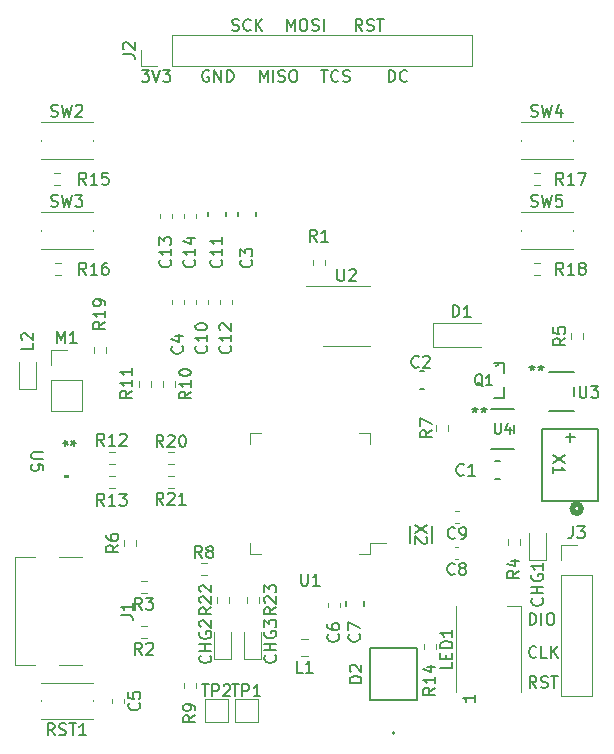
<source format=gbr>
%TF.GenerationSoftware,KiCad,Pcbnew,7.0.7*%
%TF.CreationDate,2023-12-26T11:08:44+08:00*%
%TF.ProjectId,Dice_Roller_SAMD,44696365-5f52-46f6-9c6c-65725f53414d,rev?*%
%TF.SameCoordinates,Original*%
%TF.FileFunction,Legend,Top*%
%TF.FilePolarity,Positive*%
%FSLAX46Y46*%
G04 Gerber Fmt 4.6, Leading zero omitted, Abs format (unit mm)*
G04 Created by KiCad (PCBNEW 7.0.7) date 2023-12-26 11:08:44*
%MOMM*%
%LPD*%
G01*
G04 APERTURE LIST*
%ADD10C,0.150000*%
%ADD11C,0.120000*%
%ADD12C,0.152400*%
%ADD13C,0.508000*%
%ADD14C,0.127000*%
%ADD15C,0.200000*%
G04 APERTURE END LIST*
D10*
X196678779Y-157857819D02*
X196678779Y-156857819D01*
X196678779Y-156857819D02*
X196916874Y-156857819D01*
X196916874Y-156857819D02*
X197059731Y-156905438D01*
X197059731Y-156905438D02*
X197154969Y-157000676D01*
X197154969Y-157000676D02*
X197202588Y-157095914D01*
X197202588Y-157095914D02*
X197250207Y-157286390D01*
X197250207Y-157286390D02*
X197250207Y-157429247D01*
X197250207Y-157429247D02*
X197202588Y-157619723D01*
X197202588Y-157619723D02*
X197154969Y-157714961D01*
X197154969Y-157714961D02*
X197059731Y-157810200D01*
X197059731Y-157810200D02*
X196916874Y-157857819D01*
X196916874Y-157857819D02*
X196678779Y-157857819D01*
X197678779Y-157857819D02*
X197678779Y-156857819D01*
X198345445Y-156857819D02*
X198535921Y-156857819D01*
X198535921Y-156857819D02*
X198631159Y-156905438D01*
X198631159Y-156905438D02*
X198726397Y-157000676D01*
X198726397Y-157000676D02*
X198774016Y-157191152D01*
X198774016Y-157191152D02*
X198774016Y-157524485D01*
X198774016Y-157524485D02*
X198726397Y-157714961D01*
X198726397Y-157714961D02*
X198631159Y-157810200D01*
X198631159Y-157810200D02*
X198535921Y-157857819D01*
X198535921Y-157857819D02*
X198345445Y-157857819D01*
X198345445Y-157857819D02*
X198250207Y-157810200D01*
X198250207Y-157810200D02*
X198154969Y-157714961D01*
X198154969Y-157714961D02*
X198107350Y-157524485D01*
X198107350Y-157524485D02*
X198107350Y-157191152D01*
X198107350Y-157191152D02*
X198154969Y-157000676D01*
X198154969Y-157000676D02*
X198250207Y-156905438D01*
X198250207Y-156905438D02*
X198345445Y-156857819D01*
X179009922Y-110883819D02*
X179581350Y-110883819D01*
X179295636Y-111883819D02*
X179295636Y-110883819D01*
X180486112Y-111788580D02*
X180438493Y-111836200D01*
X180438493Y-111836200D02*
X180295636Y-111883819D01*
X180295636Y-111883819D02*
X180200398Y-111883819D01*
X180200398Y-111883819D02*
X180057541Y-111836200D01*
X180057541Y-111836200D02*
X179962303Y-111740961D01*
X179962303Y-111740961D02*
X179914684Y-111645723D01*
X179914684Y-111645723D02*
X179867065Y-111455247D01*
X179867065Y-111455247D02*
X179867065Y-111312390D01*
X179867065Y-111312390D02*
X179914684Y-111121914D01*
X179914684Y-111121914D02*
X179962303Y-111026676D01*
X179962303Y-111026676D02*
X180057541Y-110931438D01*
X180057541Y-110931438D02*
X180200398Y-110883819D01*
X180200398Y-110883819D02*
X180295636Y-110883819D01*
X180295636Y-110883819D02*
X180438493Y-110931438D01*
X180438493Y-110931438D02*
X180486112Y-110979057D01*
X180867065Y-111836200D02*
X181009922Y-111883819D01*
X181009922Y-111883819D02*
X181248017Y-111883819D01*
X181248017Y-111883819D02*
X181343255Y-111836200D01*
X181343255Y-111836200D02*
X181390874Y-111788580D01*
X181390874Y-111788580D02*
X181438493Y-111693342D01*
X181438493Y-111693342D02*
X181438493Y-111598104D01*
X181438493Y-111598104D02*
X181390874Y-111502866D01*
X181390874Y-111502866D02*
X181343255Y-111455247D01*
X181343255Y-111455247D02*
X181248017Y-111407628D01*
X181248017Y-111407628D02*
X181057541Y-111360009D01*
X181057541Y-111360009D02*
X180962303Y-111312390D01*
X180962303Y-111312390D02*
X180914684Y-111264771D01*
X180914684Y-111264771D02*
X180867065Y-111169533D01*
X180867065Y-111169533D02*
X180867065Y-111074295D01*
X180867065Y-111074295D02*
X180914684Y-110979057D01*
X180914684Y-110979057D02*
X180962303Y-110931438D01*
X180962303Y-110931438D02*
X181057541Y-110883819D01*
X181057541Y-110883819D02*
X181295636Y-110883819D01*
X181295636Y-110883819D02*
X181438493Y-110931438D01*
X199726779Y-141982866D02*
X200488684Y-141982866D01*
X200107731Y-142363819D02*
X200107731Y-141601914D01*
X171485160Y-107518200D02*
X171628017Y-107565819D01*
X171628017Y-107565819D02*
X171866112Y-107565819D01*
X171866112Y-107565819D02*
X171961350Y-107518200D01*
X171961350Y-107518200D02*
X172008969Y-107470580D01*
X172008969Y-107470580D02*
X172056588Y-107375342D01*
X172056588Y-107375342D02*
X172056588Y-107280104D01*
X172056588Y-107280104D02*
X172008969Y-107184866D01*
X172008969Y-107184866D02*
X171961350Y-107137247D01*
X171961350Y-107137247D02*
X171866112Y-107089628D01*
X171866112Y-107089628D02*
X171675636Y-107042009D01*
X171675636Y-107042009D02*
X171580398Y-106994390D01*
X171580398Y-106994390D02*
X171532779Y-106946771D01*
X171532779Y-106946771D02*
X171485160Y-106851533D01*
X171485160Y-106851533D02*
X171485160Y-106756295D01*
X171485160Y-106756295D02*
X171532779Y-106661057D01*
X171532779Y-106661057D02*
X171580398Y-106613438D01*
X171580398Y-106613438D02*
X171675636Y-106565819D01*
X171675636Y-106565819D02*
X171913731Y-106565819D01*
X171913731Y-106565819D02*
X172056588Y-106613438D01*
X173056588Y-107470580D02*
X173008969Y-107518200D01*
X173008969Y-107518200D02*
X172866112Y-107565819D01*
X172866112Y-107565819D02*
X172770874Y-107565819D01*
X172770874Y-107565819D02*
X172628017Y-107518200D01*
X172628017Y-107518200D02*
X172532779Y-107422961D01*
X172532779Y-107422961D02*
X172485160Y-107327723D01*
X172485160Y-107327723D02*
X172437541Y-107137247D01*
X172437541Y-107137247D02*
X172437541Y-106994390D01*
X172437541Y-106994390D02*
X172485160Y-106803914D01*
X172485160Y-106803914D02*
X172532779Y-106708676D01*
X172532779Y-106708676D02*
X172628017Y-106613438D01*
X172628017Y-106613438D02*
X172770874Y-106565819D01*
X172770874Y-106565819D02*
X172866112Y-106565819D01*
X172866112Y-106565819D02*
X173008969Y-106613438D01*
X173008969Y-106613438D02*
X173056588Y-106661057D01*
X173485160Y-107565819D02*
X173485160Y-106565819D01*
X174056588Y-107565819D02*
X173628017Y-106994390D01*
X174056588Y-106565819D02*
X173485160Y-107137247D01*
X173818779Y-111883819D02*
X173818779Y-110883819D01*
X173818779Y-110883819D02*
X174152112Y-111598104D01*
X174152112Y-111598104D02*
X174485445Y-110883819D01*
X174485445Y-110883819D02*
X174485445Y-111883819D01*
X174961636Y-111883819D02*
X174961636Y-110883819D01*
X175390207Y-111836200D02*
X175533064Y-111883819D01*
X175533064Y-111883819D02*
X175771159Y-111883819D01*
X175771159Y-111883819D02*
X175866397Y-111836200D01*
X175866397Y-111836200D02*
X175914016Y-111788580D01*
X175914016Y-111788580D02*
X175961635Y-111693342D01*
X175961635Y-111693342D02*
X175961635Y-111598104D01*
X175961635Y-111598104D02*
X175914016Y-111502866D01*
X175914016Y-111502866D02*
X175866397Y-111455247D01*
X175866397Y-111455247D02*
X175771159Y-111407628D01*
X175771159Y-111407628D02*
X175580683Y-111360009D01*
X175580683Y-111360009D02*
X175485445Y-111312390D01*
X175485445Y-111312390D02*
X175437826Y-111264771D01*
X175437826Y-111264771D02*
X175390207Y-111169533D01*
X175390207Y-111169533D02*
X175390207Y-111074295D01*
X175390207Y-111074295D02*
X175437826Y-110979057D01*
X175437826Y-110979057D02*
X175485445Y-110931438D01*
X175485445Y-110931438D02*
X175580683Y-110883819D01*
X175580683Y-110883819D02*
X175818778Y-110883819D01*
X175818778Y-110883819D02*
X175961635Y-110931438D01*
X176580683Y-110883819D02*
X176771159Y-110883819D01*
X176771159Y-110883819D02*
X176866397Y-110931438D01*
X176866397Y-110931438D02*
X176961635Y-111026676D01*
X176961635Y-111026676D02*
X177009254Y-111217152D01*
X177009254Y-111217152D02*
X177009254Y-111550485D01*
X177009254Y-111550485D02*
X176961635Y-111740961D01*
X176961635Y-111740961D02*
X176866397Y-111836200D01*
X176866397Y-111836200D02*
X176771159Y-111883819D01*
X176771159Y-111883819D02*
X176580683Y-111883819D01*
X176580683Y-111883819D02*
X176485445Y-111836200D01*
X176485445Y-111836200D02*
X176390207Y-111740961D01*
X176390207Y-111740961D02*
X176342588Y-111550485D01*
X176342588Y-111550485D02*
X176342588Y-111217152D01*
X176342588Y-111217152D02*
X176390207Y-111026676D01*
X176390207Y-111026676D02*
X176485445Y-110931438D01*
X176485445Y-110931438D02*
X176580683Y-110883819D01*
X169516588Y-110931438D02*
X169421350Y-110883819D01*
X169421350Y-110883819D02*
X169278493Y-110883819D01*
X169278493Y-110883819D02*
X169135636Y-110931438D01*
X169135636Y-110931438D02*
X169040398Y-111026676D01*
X169040398Y-111026676D02*
X168992779Y-111121914D01*
X168992779Y-111121914D02*
X168945160Y-111312390D01*
X168945160Y-111312390D02*
X168945160Y-111455247D01*
X168945160Y-111455247D02*
X168992779Y-111645723D01*
X168992779Y-111645723D02*
X169040398Y-111740961D01*
X169040398Y-111740961D02*
X169135636Y-111836200D01*
X169135636Y-111836200D02*
X169278493Y-111883819D01*
X169278493Y-111883819D02*
X169373731Y-111883819D01*
X169373731Y-111883819D02*
X169516588Y-111836200D01*
X169516588Y-111836200D02*
X169564207Y-111788580D01*
X169564207Y-111788580D02*
X169564207Y-111455247D01*
X169564207Y-111455247D02*
X169373731Y-111455247D01*
X169992779Y-111883819D02*
X169992779Y-110883819D01*
X169992779Y-110883819D02*
X170564207Y-111883819D01*
X170564207Y-111883819D02*
X170564207Y-110883819D01*
X171040398Y-111883819D02*
X171040398Y-110883819D01*
X171040398Y-110883819D02*
X171278493Y-110883819D01*
X171278493Y-110883819D02*
X171421350Y-110931438D01*
X171421350Y-110931438D02*
X171516588Y-111026676D01*
X171516588Y-111026676D02*
X171564207Y-111121914D01*
X171564207Y-111121914D02*
X171611826Y-111312390D01*
X171611826Y-111312390D02*
X171611826Y-111455247D01*
X171611826Y-111455247D02*
X171564207Y-111645723D01*
X171564207Y-111645723D02*
X171516588Y-111740961D01*
X171516588Y-111740961D02*
X171421350Y-111836200D01*
X171421350Y-111836200D02*
X171278493Y-111883819D01*
X171278493Y-111883819D02*
X171040398Y-111883819D01*
X163817541Y-110883819D02*
X164436588Y-110883819D01*
X164436588Y-110883819D02*
X164103255Y-111264771D01*
X164103255Y-111264771D02*
X164246112Y-111264771D01*
X164246112Y-111264771D02*
X164341350Y-111312390D01*
X164341350Y-111312390D02*
X164388969Y-111360009D01*
X164388969Y-111360009D02*
X164436588Y-111455247D01*
X164436588Y-111455247D02*
X164436588Y-111693342D01*
X164436588Y-111693342D02*
X164388969Y-111788580D01*
X164388969Y-111788580D02*
X164341350Y-111836200D01*
X164341350Y-111836200D02*
X164246112Y-111883819D01*
X164246112Y-111883819D02*
X163960398Y-111883819D01*
X163960398Y-111883819D02*
X163865160Y-111836200D01*
X163865160Y-111836200D02*
X163817541Y-111788580D01*
X164722303Y-110883819D02*
X165055636Y-111883819D01*
X165055636Y-111883819D02*
X165388969Y-110883819D01*
X165627065Y-110883819D02*
X166246112Y-110883819D01*
X166246112Y-110883819D02*
X165912779Y-111264771D01*
X165912779Y-111264771D02*
X166055636Y-111264771D01*
X166055636Y-111264771D02*
X166150874Y-111312390D01*
X166150874Y-111312390D02*
X166198493Y-111360009D01*
X166198493Y-111360009D02*
X166246112Y-111455247D01*
X166246112Y-111455247D02*
X166246112Y-111693342D01*
X166246112Y-111693342D02*
X166198493Y-111788580D01*
X166198493Y-111788580D02*
X166150874Y-111836200D01*
X166150874Y-111836200D02*
X166055636Y-111883819D01*
X166055636Y-111883819D02*
X165769922Y-111883819D01*
X165769922Y-111883819D02*
X165674684Y-111836200D01*
X165674684Y-111836200D02*
X165627065Y-111788580D01*
X197250207Y-160556580D02*
X197202588Y-160604200D01*
X197202588Y-160604200D02*
X197059731Y-160651819D01*
X197059731Y-160651819D02*
X196964493Y-160651819D01*
X196964493Y-160651819D02*
X196821636Y-160604200D01*
X196821636Y-160604200D02*
X196726398Y-160508961D01*
X196726398Y-160508961D02*
X196678779Y-160413723D01*
X196678779Y-160413723D02*
X196631160Y-160223247D01*
X196631160Y-160223247D02*
X196631160Y-160080390D01*
X196631160Y-160080390D02*
X196678779Y-159889914D01*
X196678779Y-159889914D02*
X196726398Y-159794676D01*
X196726398Y-159794676D02*
X196821636Y-159699438D01*
X196821636Y-159699438D02*
X196964493Y-159651819D01*
X196964493Y-159651819D02*
X197059731Y-159651819D01*
X197059731Y-159651819D02*
X197202588Y-159699438D01*
X197202588Y-159699438D02*
X197250207Y-159747057D01*
X198154969Y-160651819D02*
X197678779Y-160651819D01*
X197678779Y-160651819D02*
X197678779Y-159651819D01*
X198488303Y-160651819D02*
X198488303Y-159651819D01*
X199059731Y-160651819D02*
X198631160Y-160080390D01*
X199059731Y-159651819D02*
X198488303Y-160223247D01*
X182518207Y-107565819D02*
X182184874Y-107089628D01*
X181946779Y-107565819D02*
X181946779Y-106565819D01*
X181946779Y-106565819D02*
X182327731Y-106565819D01*
X182327731Y-106565819D02*
X182422969Y-106613438D01*
X182422969Y-106613438D02*
X182470588Y-106661057D01*
X182470588Y-106661057D02*
X182518207Y-106756295D01*
X182518207Y-106756295D02*
X182518207Y-106899152D01*
X182518207Y-106899152D02*
X182470588Y-106994390D01*
X182470588Y-106994390D02*
X182422969Y-107042009D01*
X182422969Y-107042009D02*
X182327731Y-107089628D01*
X182327731Y-107089628D02*
X181946779Y-107089628D01*
X182899160Y-107518200D02*
X183042017Y-107565819D01*
X183042017Y-107565819D02*
X183280112Y-107565819D01*
X183280112Y-107565819D02*
X183375350Y-107518200D01*
X183375350Y-107518200D02*
X183422969Y-107470580D01*
X183422969Y-107470580D02*
X183470588Y-107375342D01*
X183470588Y-107375342D02*
X183470588Y-107280104D01*
X183470588Y-107280104D02*
X183422969Y-107184866D01*
X183422969Y-107184866D02*
X183375350Y-107137247D01*
X183375350Y-107137247D02*
X183280112Y-107089628D01*
X183280112Y-107089628D02*
X183089636Y-107042009D01*
X183089636Y-107042009D02*
X182994398Y-106994390D01*
X182994398Y-106994390D02*
X182946779Y-106946771D01*
X182946779Y-106946771D02*
X182899160Y-106851533D01*
X182899160Y-106851533D02*
X182899160Y-106756295D01*
X182899160Y-106756295D02*
X182946779Y-106661057D01*
X182946779Y-106661057D02*
X182994398Y-106613438D01*
X182994398Y-106613438D02*
X183089636Y-106565819D01*
X183089636Y-106565819D02*
X183327731Y-106565819D01*
X183327731Y-106565819D02*
X183470588Y-106613438D01*
X183756303Y-106565819D02*
X184327731Y-106565819D01*
X184042017Y-107565819D02*
X184042017Y-106565819D01*
X197250207Y-163191819D02*
X196916874Y-162715628D01*
X196678779Y-163191819D02*
X196678779Y-162191819D01*
X196678779Y-162191819D02*
X197059731Y-162191819D01*
X197059731Y-162191819D02*
X197154969Y-162239438D01*
X197154969Y-162239438D02*
X197202588Y-162287057D01*
X197202588Y-162287057D02*
X197250207Y-162382295D01*
X197250207Y-162382295D02*
X197250207Y-162525152D01*
X197250207Y-162525152D02*
X197202588Y-162620390D01*
X197202588Y-162620390D02*
X197154969Y-162668009D01*
X197154969Y-162668009D02*
X197059731Y-162715628D01*
X197059731Y-162715628D02*
X196678779Y-162715628D01*
X197631160Y-163144200D02*
X197774017Y-163191819D01*
X197774017Y-163191819D02*
X198012112Y-163191819D01*
X198012112Y-163191819D02*
X198107350Y-163144200D01*
X198107350Y-163144200D02*
X198154969Y-163096580D01*
X198154969Y-163096580D02*
X198202588Y-163001342D01*
X198202588Y-163001342D02*
X198202588Y-162906104D01*
X198202588Y-162906104D02*
X198154969Y-162810866D01*
X198154969Y-162810866D02*
X198107350Y-162763247D01*
X198107350Y-162763247D02*
X198012112Y-162715628D01*
X198012112Y-162715628D02*
X197821636Y-162668009D01*
X197821636Y-162668009D02*
X197726398Y-162620390D01*
X197726398Y-162620390D02*
X197678779Y-162572771D01*
X197678779Y-162572771D02*
X197631160Y-162477533D01*
X197631160Y-162477533D02*
X197631160Y-162382295D01*
X197631160Y-162382295D02*
X197678779Y-162287057D01*
X197678779Y-162287057D02*
X197726398Y-162239438D01*
X197726398Y-162239438D02*
X197821636Y-162191819D01*
X197821636Y-162191819D02*
X198059731Y-162191819D01*
X198059731Y-162191819D02*
X198202588Y-162239438D01*
X198488303Y-162191819D02*
X199059731Y-162191819D01*
X198774017Y-163191819D02*
X198774017Y-162191819D01*
X184740779Y-111883819D02*
X184740779Y-110883819D01*
X184740779Y-110883819D02*
X184978874Y-110883819D01*
X184978874Y-110883819D02*
X185121731Y-110931438D01*
X185121731Y-110931438D02*
X185216969Y-111026676D01*
X185216969Y-111026676D02*
X185264588Y-111121914D01*
X185264588Y-111121914D02*
X185312207Y-111312390D01*
X185312207Y-111312390D02*
X185312207Y-111455247D01*
X185312207Y-111455247D02*
X185264588Y-111645723D01*
X185264588Y-111645723D02*
X185216969Y-111740961D01*
X185216969Y-111740961D02*
X185121731Y-111836200D01*
X185121731Y-111836200D02*
X184978874Y-111883819D01*
X184978874Y-111883819D02*
X184740779Y-111883819D01*
X186312207Y-111788580D02*
X186264588Y-111836200D01*
X186264588Y-111836200D02*
X186121731Y-111883819D01*
X186121731Y-111883819D02*
X186026493Y-111883819D01*
X186026493Y-111883819D02*
X185883636Y-111836200D01*
X185883636Y-111836200D02*
X185788398Y-111740961D01*
X185788398Y-111740961D02*
X185740779Y-111645723D01*
X185740779Y-111645723D02*
X185693160Y-111455247D01*
X185693160Y-111455247D02*
X185693160Y-111312390D01*
X185693160Y-111312390D02*
X185740779Y-111121914D01*
X185740779Y-111121914D02*
X185788398Y-111026676D01*
X185788398Y-111026676D02*
X185883636Y-110931438D01*
X185883636Y-110931438D02*
X186026493Y-110883819D01*
X186026493Y-110883819D02*
X186121731Y-110883819D01*
X186121731Y-110883819D02*
X186264588Y-110931438D01*
X186264588Y-110931438D02*
X186312207Y-110979057D01*
X176104779Y-107565819D02*
X176104779Y-106565819D01*
X176104779Y-106565819D02*
X176438112Y-107280104D01*
X176438112Y-107280104D02*
X176771445Y-106565819D01*
X176771445Y-106565819D02*
X176771445Y-107565819D01*
X177438112Y-106565819D02*
X177628588Y-106565819D01*
X177628588Y-106565819D02*
X177723826Y-106613438D01*
X177723826Y-106613438D02*
X177819064Y-106708676D01*
X177819064Y-106708676D02*
X177866683Y-106899152D01*
X177866683Y-106899152D02*
X177866683Y-107232485D01*
X177866683Y-107232485D02*
X177819064Y-107422961D01*
X177819064Y-107422961D02*
X177723826Y-107518200D01*
X177723826Y-107518200D02*
X177628588Y-107565819D01*
X177628588Y-107565819D02*
X177438112Y-107565819D01*
X177438112Y-107565819D02*
X177342874Y-107518200D01*
X177342874Y-107518200D02*
X177247636Y-107422961D01*
X177247636Y-107422961D02*
X177200017Y-107232485D01*
X177200017Y-107232485D02*
X177200017Y-106899152D01*
X177200017Y-106899152D02*
X177247636Y-106708676D01*
X177247636Y-106708676D02*
X177342874Y-106613438D01*
X177342874Y-106613438D02*
X177438112Y-106565819D01*
X178247636Y-107518200D02*
X178390493Y-107565819D01*
X178390493Y-107565819D02*
X178628588Y-107565819D01*
X178628588Y-107565819D02*
X178723826Y-107518200D01*
X178723826Y-107518200D02*
X178771445Y-107470580D01*
X178771445Y-107470580D02*
X178819064Y-107375342D01*
X178819064Y-107375342D02*
X178819064Y-107280104D01*
X178819064Y-107280104D02*
X178771445Y-107184866D01*
X178771445Y-107184866D02*
X178723826Y-107137247D01*
X178723826Y-107137247D02*
X178628588Y-107089628D01*
X178628588Y-107089628D02*
X178438112Y-107042009D01*
X178438112Y-107042009D02*
X178342874Y-106994390D01*
X178342874Y-106994390D02*
X178295255Y-106946771D01*
X178295255Y-106946771D02*
X178247636Y-106851533D01*
X178247636Y-106851533D02*
X178247636Y-106756295D01*
X178247636Y-106756295D02*
X178295255Y-106661057D01*
X178295255Y-106661057D02*
X178342874Y-106613438D01*
X178342874Y-106613438D02*
X178438112Y-106565819D01*
X178438112Y-106565819D02*
X178676207Y-106565819D01*
X178676207Y-106565819D02*
X178819064Y-106613438D01*
X179247636Y-107565819D02*
X179247636Y-106565819D01*
X175206819Y-156395857D02*
X174730628Y-156729190D01*
X175206819Y-156967285D02*
X174206819Y-156967285D01*
X174206819Y-156967285D02*
X174206819Y-156586333D01*
X174206819Y-156586333D02*
X174254438Y-156491095D01*
X174254438Y-156491095D02*
X174302057Y-156443476D01*
X174302057Y-156443476D02*
X174397295Y-156395857D01*
X174397295Y-156395857D02*
X174540152Y-156395857D01*
X174540152Y-156395857D02*
X174635390Y-156443476D01*
X174635390Y-156443476D02*
X174683009Y-156491095D01*
X174683009Y-156491095D02*
X174730628Y-156586333D01*
X174730628Y-156586333D02*
X174730628Y-156967285D01*
X174302057Y-156014904D02*
X174254438Y-155967285D01*
X174254438Y-155967285D02*
X174206819Y-155872047D01*
X174206819Y-155872047D02*
X174206819Y-155633952D01*
X174206819Y-155633952D02*
X174254438Y-155538714D01*
X174254438Y-155538714D02*
X174302057Y-155491095D01*
X174302057Y-155491095D02*
X174397295Y-155443476D01*
X174397295Y-155443476D02*
X174492533Y-155443476D01*
X174492533Y-155443476D02*
X174635390Y-155491095D01*
X174635390Y-155491095D02*
X175206819Y-156062523D01*
X175206819Y-156062523D02*
X175206819Y-155443476D01*
X174206819Y-155110142D02*
X174206819Y-154491095D01*
X174206819Y-154491095D02*
X174587771Y-154824428D01*
X174587771Y-154824428D02*
X174587771Y-154681571D01*
X174587771Y-154681571D02*
X174635390Y-154586333D01*
X174635390Y-154586333D02*
X174683009Y-154538714D01*
X174683009Y-154538714D02*
X174778247Y-154491095D01*
X174778247Y-154491095D02*
X175016342Y-154491095D01*
X175016342Y-154491095D02*
X175111580Y-154538714D01*
X175111580Y-154538714D02*
X175159200Y-154586333D01*
X175159200Y-154586333D02*
X175206819Y-154681571D01*
X175206819Y-154681571D02*
X175206819Y-154967285D01*
X175206819Y-154967285D02*
X175159200Y-155062523D01*
X175159200Y-155062523D02*
X175111580Y-155110142D01*
X192700285Y-137654271D02*
X192614571Y-137611414D01*
X192614571Y-137611414D02*
X192528857Y-137525700D01*
X192528857Y-137525700D02*
X192400285Y-137397128D01*
X192400285Y-137397128D02*
X192314571Y-137354271D01*
X192314571Y-137354271D02*
X192228857Y-137354271D01*
X192271714Y-137568557D02*
X192186000Y-137525700D01*
X192186000Y-137525700D02*
X192100285Y-137439985D01*
X192100285Y-137439985D02*
X192057428Y-137268557D01*
X192057428Y-137268557D02*
X192057428Y-136968557D01*
X192057428Y-136968557D02*
X192100285Y-136797128D01*
X192100285Y-136797128D02*
X192186000Y-136711414D01*
X192186000Y-136711414D02*
X192271714Y-136668557D01*
X192271714Y-136668557D02*
X192443142Y-136668557D01*
X192443142Y-136668557D02*
X192528857Y-136711414D01*
X192528857Y-136711414D02*
X192614571Y-136797128D01*
X192614571Y-136797128D02*
X192657428Y-136968557D01*
X192657428Y-136968557D02*
X192657428Y-137268557D01*
X192657428Y-137268557D02*
X192614571Y-137439985D01*
X192614571Y-137439985D02*
X192528857Y-137525700D01*
X192528857Y-137525700D02*
X192443142Y-137568557D01*
X192443142Y-137568557D02*
X192271714Y-137568557D01*
X193514571Y-137568557D02*
X193000285Y-137568557D01*
X193257428Y-137568557D02*
X193257428Y-136668557D01*
X193257428Y-136668557D02*
X193171714Y-136797128D01*
X193171714Y-136797128D02*
X193085999Y-136882842D01*
X193085999Y-136882842D02*
X193000285Y-136925700D01*
X177445333Y-161900819D02*
X176969143Y-161900819D01*
X176969143Y-161900819D02*
X176969143Y-160900819D01*
X178302476Y-161900819D02*
X177731048Y-161900819D01*
X178016762Y-161900819D02*
X178016762Y-160900819D01*
X178016762Y-160900819D02*
X177921524Y-161043676D01*
X177921524Y-161043676D02*
X177826286Y-161138914D01*
X177826286Y-161138914D02*
X177731048Y-161186533D01*
X169269580Y-134246857D02*
X169317200Y-134294476D01*
X169317200Y-134294476D02*
X169364819Y-134437333D01*
X169364819Y-134437333D02*
X169364819Y-134532571D01*
X169364819Y-134532571D02*
X169317200Y-134675428D01*
X169317200Y-134675428D02*
X169221961Y-134770666D01*
X169221961Y-134770666D02*
X169126723Y-134818285D01*
X169126723Y-134818285D02*
X168936247Y-134865904D01*
X168936247Y-134865904D02*
X168793390Y-134865904D01*
X168793390Y-134865904D02*
X168602914Y-134818285D01*
X168602914Y-134818285D02*
X168507676Y-134770666D01*
X168507676Y-134770666D02*
X168412438Y-134675428D01*
X168412438Y-134675428D02*
X168364819Y-134532571D01*
X168364819Y-134532571D02*
X168364819Y-134437333D01*
X168364819Y-134437333D02*
X168412438Y-134294476D01*
X168412438Y-134294476D02*
X168460057Y-134246857D01*
X169364819Y-133294476D02*
X169364819Y-133865904D01*
X169364819Y-133580190D02*
X168364819Y-133580190D01*
X168364819Y-133580190D02*
X168507676Y-133675428D01*
X168507676Y-133675428D02*
X168602914Y-133770666D01*
X168602914Y-133770666D02*
X168650533Y-133865904D01*
X168364819Y-132675428D02*
X168364819Y-132580190D01*
X168364819Y-132580190D02*
X168412438Y-132484952D01*
X168412438Y-132484952D02*
X168460057Y-132437333D01*
X168460057Y-132437333D02*
X168555295Y-132389714D01*
X168555295Y-132389714D02*
X168745771Y-132342095D01*
X168745771Y-132342095D02*
X168983866Y-132342095D01*
X168983866Y-132342095D02*
X169174342Y-132389714D01*
X169174342Y-132389714D02*
X169269580Y-132437333D01*
X169269580Y-132437333D02*
X169317200Y-132484952D01*
X169317200Y-132484952D02*
X169364819Y-132580190D01*
X169364819Y-132580190D02*
X169364819Y-132675428D01*
X169364819Y-132675428D02*
X169317200Y-132770666D01*
X169317200Y-132770666D02*
X169269580Y-132818285D01*
X169269580Y-132818285D02*
X169174342Y-132865904D01*
X169174342Y-132865904D02*
X168983866Y-132913523D01*
X168983866Y-132913523D02*
X168745771Y-132913523D01*
X168745771Y-132913523D02*
X168555295Y-132865904D01*
X168555295Y-132865904D02*
X168460057Y-132818285D01*
X168460057Y-132818285D02*
X168412438Y-132770666D01*
X168412438Y-132770666D02*
X168364819Y-132675428D01*
X155485180Y-143256095D02*
X154675657Y-143256095D01*
X154675657Y-143256095D02*
X154580419Y-143303714D01*
X154580419Y-143303714D02*
X154532800Y-143351333D01*
X154532800Y-143351333D02*
X154485180Y-143446571D01*
X154485180Y-143446571D02*
X154485180Y-143637047D01*
X154485180Y-143637047D02*
X154532800Y-143732285D01*
X154532800Y-143732285D02*
X154580419Y-143779904D01*
X154580419Y-143779904D02*
X154675657Y-143827523D01*
X154675657Y-143827523D02*
X155485180Y-143827523D01*
X155485180Y-144779904D02*
X155485180Y-144303714D01*
X155485180Y-144303714D02*
X155008990Y-144256095D01*
X155008990Y-144256095D02*
X155056609Y-144303714D01*
X155056609Y-144303714D02*
X155104228Y-144398952D01*
X155104228Y-144398952D02*
X155104228Y-144637047D01*
X155104228Y-144637047D02*
X155056609Y-144732285D01*
X155056609Y-144732285D02*
X155008990Y-144779904D01*
X155008990Y-144779904D02*
X154913752Y-144827523D01*
X154913752Y-144827523D02*
X154675657Y-144827523D01*
X154675657Y-144827523D02*
X154580419Y-144779904D01*
X154580419Y-144779904D02*
X154532800Y-144732285D01*
X154532800Y-144732285D02*
X154485180Y-144637047D01*
X154485180Y-144637047D02*
X154485180Y-144398952D01*
X154485180Y-144398952D02*
X154532800Y-144303714D01*
X154532800Y-144303714D02*
X154580419Y-144256095D01*
X158265281Y-142469999D02*
X158027186Y-142469999D01*
X158122424Y-142231904D02*
X158027186Y-142469999D01*
X158027186Y-142469999D02*
X158122424Y-142708094D01*
X157836710Y-142327142D02*
X158027186Y-142469999D01*
X158027186Y-142469999D02*
X157836710Y-142612856D01*
X157174920Y-142469998D02*
X157413015Y-142469998D01*
X157317777Y-142708093D02*
X157413015Y-142469998D01*
X157413015Y-142469998D02*
X157317777Y-142231903D01*
X157603491Y-142612855D02*
X157413015Y-142469998D01*
X157413015Y-142469998D02*
X157603491Y-142327141D01*
X191095333Y-145139580D02*
X191047714Y-145187200D01*
X191047714Y-145187200D02*
X190904857Y-145234819D01*
X190904857Y-145234819D02*
X190809619Y-145234819D01*
X190809619Y-145234819D02*
X190666762Y-145187200D01*
X190666762Y-145187200D02*
X190571524Y-145091961D01*
X190571524Y-145091961D02*
X190523905Y-144996723D01*
X190523905Y-144996723D02*
X190476286Y-144806247D01*
X190476286Y-144806247D02*
X190476286Y-144663390D01*
X190476286Y-144663390D02*
X190523905Y-144472914D01*
X190523905Y-144472914D02*
X190571524Y-144377676D01*
X190571524Y-144377676D02*
X190666762Y-144282438D01*
X190666762Y-144282438D02*
X190809619Y-144234819D01*
X190809619Y-144234819D02*
X190904857Y-144234819D01*
X190904857Y-144234819D02*
X191047714Y-144282438D01*
X191047714Y-144282438D02*
X191095333Y-144330057D01*
X192047714Y-145234819D02*
X191476286Y-145234819D01*
X191762000Y-145234819D02*
X191762000Y-144234819D01*
X191762000Y-144234819D02*
X191666762Y-144377676D01*
X191666762Y-144377676D02*
X191571524Y-144472914D01*
X191571524Y-144472914D02*
X191476286Y-144520533D01*
X169712819Y-156395857D02*
X169236628Y-156729190D01*
X169712819Y-156967285D02*
X168712819Y-156967285D01*
X168712819Y-156967285D02*
X168712819Y-156586333D01*
X168712819Y-156586333D02*
X168760438Y-156491095D01*
X168760438Y-156491095D02*
X168808057Y-156443476D01*
X168808057Y-156443476D02*
X168903295Y-156395857D01*
X168903295Y-156395857D02*
X169046152Y-156395857D01*
X169046152Y-156395857D02*
X169141390Y-156443476D01*
X169141390Y-156443476D02*
X169189009Y-156491095D01*
X169189009Y-156491095D02*
X169236628Y-156586333D01*
X169236628Y-156586333D02*
X169236628Y-156967285D01*
X168808057Y-156014904D02*
X168760438Y-155967285D01*
X168760438Y-155967285D02*
X168712819Y-155872047D01*
X168712819Y-155872047D02*
X168712819Y-155633952D01*
X168712819Y-155633952D02*
X168760438Y-155538714D01*
X168760438Y-155538714D02*
X168808057Y-155491095D01*
X168808057Y-155491095D02*
X168903295Y-155443476D01*
X168903295Y-155443476D02*
X168998533Y-155443476D01*
X168998533Y-155443476D02*
X169141390Y-155491095D01*
X169141390Y-155491095D02*
X169712819Y-156062523D01*
X169712819Y-156062523D02*
X169712819Y-155443476D01*
X168808057Y-155062523D02*
X168760438Y-155014904D01*
X168760438Y-155014904D02*
X168712819Y-154919666D01*
X168712819Y-154919666D02*
X168712819Y-154681571D01*
X168712819Y-154681571D02*
X168760438Y-154586333D01*
X168760438Y-154586333D02*
X168808057Y-154538714D01*
X168808057Y-154538714D02*
X168903295Y-154491095D01*
X168903295Y-154491095D02*
X168998533Y-154491095D01*
X168998533Y-154491095D02*
X169141390Y-154538714D01*
X169141390Y-154538714D02*
X169712819Y-155110142D01*
X169712819Y-155110142D02*
X169712819Y-154491095D01*
X197717580Y-155622476D02*
X197765200Y-155670095D01*
X197765200Y-155670095D02*
X197812819Y-155812952D01*
X197812819Y-155812952D02*
X197812819Y-155908190D01*
X197812819Y-155908190D02*
X197765200Y-156051047D01*
X197765200Y-156051047D02*
X197669961Y-156146285D01*
X197669961Y-156146285D02*
X197574723Y-156193904D01*
X197574723Y-156193904D02*
X197384247Y-156241523D01*
X197384247Y-156241523D02*
X197241390Y-156241523D01*
X197241390Y-156241523D02*
X197050914Y-156193904D01*
X197050914Y-156193904D02*
X196955676Y-156146285D01*
X196955676Y-156146285D02*
X196860438Y-156051047D01*
X196860438Y-156051047D02*
X196812819Y-155908190D01*
X196812819Y-155908190D02*
X196812819Y-155812952D01*
X196812819Y-155812952D02*
X196860438Y-155670095D01*
X196860438Y-155670095D02*
X196908057Y-155622476D01*
X197812819Y-155193904D02*
X196812819Y-155193904D01*
X197289009Y-155193904D02*
X197289009Y-154622476D01*
X197812819Y-154622476D02*
X196812819Y-154622476D01*
X196860438Y-153622476D02*
X196812819Y-153717714D01*
X196812819Y-153717714D02*
X196812819Y-153860571D01*
X196812819Y-153860571D02*
X196860438Y-154003428D01*
X196860438Y-154003428D02*
X196955676Y-154098666D01*
X196955676Y-154098666D02*
X197050914Y-154146285D01*
X197050914Y-154146285D02*
X197241390Y-154193904D01*
X197241390Y-154193904D02*
X197384247Y-154193904D01*
X197384247Y-154193904D02*
X197574723Y-154146285D01*
X197574723Y-154146285D02*
X197669961Y-154098666D01*
X197669961Y-154098666D02*
X197765200Y-154003428D01*
X197765200Y-154003428D02*
X197812819Y-153860571D01*
X197812819Y-153860571D02*
X197812819Y-153765333D01*
X197812819Y-153765333D02*
X197765200Y-153622476D01*
X197765200Y-153622476D02*
X197717580Y-153574857D01*
X197717580Y-153574857D02*
X197384247Y-153574857D01*
X197384247Y-153574857D02*
X197384247Y-153765333D01*
X197812819Y-152622476D02*
X197812819Y-153193904D01*
X197812819Y-152908190D02*
X196812819Y-152908190D01*
X196812819Y-152908190D02*
X196955676Y-153003428D01*
X196955676Y-153003428D02*
X197050914Y-153098666D01*
X197050914Y-153098666D02*
X197098533Y-153193904D01*
X160728819Y-132214857D02*
X160252628Y-132548190D01*
X160728819Y-132786285D02*
X159728819Y-132786285D01*
X159728819Y-132786285D02*
X159728819Y-132405333D01*
X159728819Y-132405333D02*
X159776438Y-132310095D01*
X159776438Y-132310095D02*
X159824057Y-132262476D01*
X159824057Y-132262476D02*
X159919295Y-132214857D01*
X159919295Y-132214857D02*
X160062152Y-132214857D01*
X160062152Y-132214857D02*
X160157390Y-132262476D01*
X160157390Y-132262476D02*
X160205009Y-132310095D01*
X160205009Y-132310095D02*
X160252628Y-132405333D01*
X160252628Y-132405333D02*
X160252628Y-132786285D01*
X160728819Y-131262476D02*
X160728819Y-131833904D01*
X160728819Y-131548190D02*
X159728819Y-131548190D01*
X159728819Y-131548190D02*
X159871676Y-131643428D01*
X159871676Y-131643428D02*
X159966914Y-131738666D01*
X159966914Y-131738666D02*
X160014533Y-131833904D01*
X160728819Y-130786285D02*
X160728819Y-130595809D01*
X160728819Y-130595809D02*
X160681200Y-130500571D01*
X160681200Y-130500571D02*
X160633580Y-130452952D01*
X160633580Y-130452952D02*
X160490723Y-130357714D01*
X160490723Y-130357714D02*
X160300247Y-130310095D01*
X160300247Y-130310095D02*
X159919295Y-130310095D01*
X159919295Y-130310095D02*
X159824057Y-130357714D01*
X159824057Y-130357714D02*
X159776438Y-130405333D01*
X159776438Y-130405333D02*
X159728819Y-130500571D01*
X159728819Y-130500571D02*
X159728819Y-130691047D01*
X159728819Y-130691047D02*
X159776438Y-130786285D01*
X159776438Y-130786285D02*
X159824057Y-130833904D01*
X159824057Y-130833904D02*
X159919295Y-130881523D01*
X159919295Y-130881523D02*
X160157390Y-130881523D01*
X160157390Y-130881523D02*
X160252628Y-130833904D01*
X160252628Y-130833904D02*
X160300247Y-130786285D01*
X160300247Y-130786285D02*
X160347866Y-130691047D01*
X160347866Y-130691047D02*
X160347866Y-130500571D01*
X160347866Y-130500571D02*
X160300247Y-130405333D01*
X160300247Y-130405333D02*
X160252628Y-130357714D01*
X160252628Y-130357714D02*
X160157390Y-130310095D01*
X156670476Y-134009819D02*
X156670476Y-133009819D01*
X156670476Y-133009819D02*
X157003809Y-133724104D01*
X157003809Y-133724104D02*
X157337142Y-133009819D01*
X157337142Y-133009819D02*
X157337142Y-134009819D01*
X158337142Y-134009819D02*
X157765714Y-134009819D01*
X158051428Y-134009819D02*
X158051428Y-133009819D01*
X158051428Y-133009819D02*
X157956190Y-133152676D01*
X157956190Y-133152676D02*
X157860952Y-133247914D01*
X157860952Y-133247914D02*
X157765714Y-133295533D01*
X160647142Y-147774819D02*
X160313809Y-147298628D01*
X160075714Y-147774819D02*
X160075714Y-146774819D01*
X160075714Y-146774819D02*
X160456666Y-146774819D01*
X160456666Y-146774819D02*
X160551904Y-146822438D01*
X160551904Y-146822438D02*
X160599523Y-146870057D01*
X160599523Y-146870057D02*
X160647142Y-146965295D01*
X160647142Y-146965295D02*
X160647142Y-147108152D01*
X160647142Y-147108152D02*
X160599523Y-147203390D01*
X160599523Y-147203390D02*
X160551904Y-147251009D01*
X160551904Y-147251009D02*
X160456666Y-147298628D01*
X160456666Y-147298628D02*
X160075714Y-147298628D01*
X161599523Y-147774819D02*
X161028095Y-147774819D01*
X161313809Y-147774819D02*
X161313809Y-146774819D01*
X161313809Y-146774819D02*
X161218571Y-146917676D01*
X161218571Y-146917676D02*
X161123333Y-147012914D01*
X161123333Y-147012914D02*
X161028095Y-147060533D01*
X161932857Y-146774819D02*
X162551904Y-146774819D01*
X162551904Y-146774819D02*
X162218571Y-147155771D01*
X162218571Y-147155771D02*
X162361428Y-147155771D01*
X162361428Y-147155771D02*
X162456666Y-147203390D01*
X162456666Y-147203390D02*
X162504285Y-147251009D01*
X162504285Y-147251009D02*
X162551904Y-147346247D01*
X162551904Y-147346247D02*
X162551904Y-147584342D01*
X162551904Y-147584342D02*
X162504285Y-147679580D01*
X162504285Y-147679580D02*
X162456666Y-147727200D01*
X162456666Y-147727200D02*
X162361428Y-147774819D01*
X162361428Y-147774819D02*
X162075714Y-147774819D01*
X162075714Y-147774819D02*
X161980476Y-147727200D01*
X161980476Y-147727200D02*
X161932857Y-147679580D01*
X180405095Y-127753819D02*
X180405095Y-128563342D01*
X180405095Y-128563342D02*
X180452714Y-128658580D01*
X180452714Y-128658580D02*
X180500333Y-128706200D01*
X180500333Y-128706200D02*
X180595571Y-128753819D01*
X180595571Y-128753819D02*
X180786047Y-128753819D01*
X180786047Y-128753819D02*
X180881285Y-128706200D01*
X180881285Y-128706200D02*
X180928904Y-128658580D01*
X180928904Y-128658580D02*
X180976523Y-128563342D01*
X180976523Y-128563342D02*
X180976523Y-127753819D01*
X181405095Y-127849057D02*
X181452714Y-127801438D01*
X181452714Y-127801438D02*
X181547952Y-127753819D01*
X181547952Y-127753819D02*
X181786047Y-127753819D01*
X181786047Y-127753819D02*
X181881285Y-127801438D01*
X181881285Y-127801438D02*
X181928904Y-127849057D01*
X181928904Y-127849057D02*
X181976523Y-127944295D01*
X181976523Y-127944295D02*
X181976523Y-128039533D01*
X181976523Y-128039533D02*
X181928904Y-128182390D01*
X181928904Y-128182390D02*
X181357476Y-128753819D01*
X181357476Y-128753819D02*
X181976523Y-128753819D01*
X196786667Y-114797200D02*
X196929524Y-114844819D01*
X196929524Y-114844819D02*
X197167619Y-114844819D01*
X197167619Y-114844819D02*
X197262857Y-114797200D01*
X197262857Y-114797200D02*
X197310476Y-114749580D01*
X197310476Y-114749580D02*
X197358095Y-114654342D01*
X197358095Y-114654342D02*
X197358095Y-114559104D01*
X197358095Y-114559104D02*
X197310476Y-114463866D01*
X197310476Y-114463866D02*
X197262857Y-114416247D01*
X197262857Y-114416247D02*
X197167619Y-114368628D01*
X197167619Y-114368628D02*
X196977143Y-114321009D01*
X196977143Y-114321009D02*
X196881905Y-114273390D01*
X196881905Y-114273390D02*
X196834286Y-114225771D01*
X196834286Y-114225771D02*
X196786667Y-114130533D01*
X196786667Y-114130533D02*
X196786667Y-114035295D01*
X196786667Y-114035295D02*
X196834286Y-113940057D01*
X196834286Y-113940057D02*
X196881905Y-113892438D01*
X196881905Y-113892438D02*
X196977143Y-113844819D01*
X196977143Y-113844819D02*
X197215238Y-113844819D01*
X197215238Y-113844819D02*
X197358095Y-113892438D01*
X197691429Y-113844819D02*
X197929524Y-114844819D01*
X197929524Y-114844819D02*
X198120000Y-114130533D01*
X198120000Y-114130533D02*
X198310476Y-114844819D01*
X198310476Y-114844819D02*
X198548572Y-113844819D01*
X199358095Y-114178152D02*
X199358095Y-114844819D01*
X199120000Y-113797200D02*
X198881905Y-114511485D01*
X198881905Y-114511485D02*
X199500952Y-114511485D01*
X190346333Y-150506580D02*
X190298714Y-150554200D01*
X190298714Y-150554200D02*
X190155857Y-150601819D01*
X190155857Y-150601819D02*
X190060619Y-150601819D01*
X190060619Y-150601819D02*
X189917762Y-150554200D01*
X189917762Y-150554200D02*
X189822524Y-150458961D01*
X189822524Y-150458961D02*
X189774905Y-150363723D01*
X189774905Y-150363723D02*
X189727286Y-150173247D01*
X189727286Y-150173247D02*
X189727286Y-150030390D01*
X189727286Y-150030390D02*
X189774905Y-149839914D01*
X189774905Y-149839914D02*
X189822524Y-149744676D01*
X189822524Y-149744676D02*
X189917762Y-149649438D01*
X189917762Y-149649438D02*
X190060619Y-149601819D01*
X190060619Y-149601819D02*
X190155857Y-149601819D01*
X190155857Y-149601819D02*
X190298714Y-149649438D01*
X190298714Y-149649438D02*
X190346333Y-149697057D01*
X190822524Y-150601819D02*
X191013000Y-150601819D01*
X191013000Y-150601819D02*
X191108238Y-150554200D01*
X191108238Y-150554200D02*
X191155857Y-150506580D01*
X191155857Y-150506580D02*
X191251095Y-150363723D01*
X191251095Y-150363723D02*
X191298714Y-150173247D01*
X191298714Y-150173247D02*
X191298714Y-149792295D01*
X191298714Y-149792295D02*
X191251095Y-149697057D01*
X191251095Y-149697057D02*
X191203476Y-149649438D01*
X191203476Y-149649438D02*
X191108238Y-149601819D01*
X191108238Y-149601819D02*
X190917762Y-149601819D01*
X190917762Y-149601819D02*
X190822524Y-149649438D01*
X190822524Y-149649438D02*
X190774905Y-149697057D01*
X190774905Y-149697057D02*
X190727286Y-149792295D01*
X190727286Y-149792295D02*
X190727286Y-150030390D01*
X190727286Y-150030390D02*
X190774905Y-150125628D01*
X190774905Y-150125628D02*
X190822524Y-150173247D01*
X190822524Y-150173247D02*
X190917762Y-150220866D01*
X190917762Y-150220866D02*
X191108238Y-150220866D01*
X191108238Y-150220866D02*
X191203476Y-150173247D01*
X191203476Y-150173247D02*
X191251095Y-150125628D01*
X191251095Y-150125628D02*
X191298714Y-150030390D01*
X173079580Y-126988866D02*
X173127200Y-127036485D01*
X173127200Y-127036485D02*
X173174819Y-127179342D01*
X173174819Y-127179342D02*
X173174819Y-127274580D01*
X173174819Y-127274580D02*
X173127200Y-127417437D01*
X173127200Y-127417437D02*
X173031961Y-127512675D01*
X173031961Y-127512675D02*
X172936723Y-127560294D01*
X172936723Y-127560294D02*
X172746247Y-127607913D01*
X172746247Y-127607913D02*
X172603390Y-127607913D01*
X172603390Y-127607913D02*
X172412914Y-127560294D01*
X172412914Y-127560294D02*
X172317676Y-127512675D01*
X172317676Y-127512675D02*
X172222438Y-127417437D01*
X172222438Y-127417437D02*
X172174819Y-127274580D01*
X172174819Y-127274580D02*
X172174819Y-127179342D01*
X172174819Y-127179342D02*
X172222438Y-127036485D01*
X172222438Y-127036485D02*
X172270057Y-126988866D01*
X172174819Y-126655532D02*
X172174819Y-126036485D01*
X172174819Y-126036485D02*
X172555771Y-126369818D01*
X172555771Y-126369818D02*
X172555771Y-126226961D01*
X172555771Y-126226961D02*
X172603390Y-126131723D01*
X172603390Y-126131723D02*
X172651009Y-126084104D01*
X172651009Y-126084104D02*
X172746247Y-126036485D01*
X172746247Y-126036485D02*
X172984342Y-126036485D01*
X172984342Y-126036485D02*
X173079580Y-126084104D01*
X173079580Y-126084104D02*
X173127200Y-126131723D01*
X173127200Y-126131723D02*
X173174819Y-126226961D01*
X173174819Y-126226961D02*
X173174819Y-126512675D01*
X173174819Y-126512675D02*
X173127200Y-126607913D01*
X173127200Y-126607913D02*
X173079580Y-126655532D01*
X165664142Y-142788819D02*
X165330809Y-142312628D01*
X165092714Y-142788819D02*
X165092714Y-141788819D01*
X165092714Y-141788819D02*
X165473666Y-141788819D01*
X165473666Y-141788819D02*
X165568904Y-141836438D01*
X165568904Y-141836438D02*
X165616523Y-141884057D01*
X165616523Y-141884057D02*
X165664142Y-141979295D01*
X165664142Y-141979295D02*
X165664142Y-142122152D01*
X165664142Y-142122152D02*
X165616523Y-142217390D01*
X165616523Y-142217390D02*
X165568904Y-142265009D01*
X165568904Y-142265009D02*
X165473666Y-142312628D01*
X165473666Y-142312628D02*
X165092714Y-142312628D01*
X166045095Y-141884057D02*
X166092714Y-141836438D01*
X166092714Y-141836438D02*
X166187952Y-141788819D01*
X166187952Y-141788819D02*
X166426047Y-141788819D01*
X166426047Y-141788819D02*
X166521285Y-141836438D01*
X166521285Y-141836438D02*
X166568904Y-141884057D01*
X166568904Y-141884057D02*
X166616523Y-141979295D01*
X166616523Y-141979295D02*
X166616523Y-142074533D01*
X166616523Y-142074533D02*
X166568904Y-142217390D01*
X166568904Y-142217390D02*
X165997476Y-142788819D01*
X165997476Y-142788819D02*
X166616523Y-142788819D01*
X167235571Y-141788819D02*
X167330809Y-141788819D01*
X167330809Y-141788819D02*
X167426047Y-141836438D01*
X167426047Y-141836438D02*
X167473666Y-141884057D01*
X167473666Y-141884057D02*
X167521285Y-141979295D01*
X167521285Y-141979295D02*
X167568904Y-142169771D01*
X167568904Y-142169771D02*
X167568904Y-142407866D01*
X167568904Y-142407866D02*
X167521285Y-142598342D01*
X167521285Y-142598342D02*
X167473666Y-142693580D01*
X167473666Y-142693580D02*
X167426047Y-142741200D01*
X167426047Y-142741200D02*
X167330809Y-142788819D01*
X167330809Y-142788819D02*
X167235571Y-142788819D01*
X167235571Y-142788819D02*
X167140333Y-142741200D01*
X167140333Y-142741200D02*
X167092714Y-142693580D01*
X167092714Y-142693580D02*
X167045095Y-142598342D01*
X167045095Y-142598342D02*
X166997476Y-142407866D01*
X166997476Y-142407866D02*
X166997476Y-142169771D01*
X166997476Y-142169771D02*
X167045095Y-141979295D01*
X167045095Y-141979295D02*
X167092714Y-141884057D01*
X167092714Y-141884057D02*
X167140333Y-141836438D01*
X167140333Y-141836438D02*
X167235571Y-141788819D01*
X163605580Y-164491666D02*
X163653200Y-164539285D01*
X163653200Y-164539285D02*
X163700819Y-164682142D01*
X163700819Y-164682142D02*
X163700819Y-164777380D01*
X163700819Y-164777380D02*
X163653200Y-164920237D01*
X163653200Y-164920237D02*
X163557961Y-165015475D01*
X163557961Y-165015475D02*
X163462723Y-165063094D01*
X163462723Y-165063094D02*
X163272247Y-165110713D01*
X163272247Y-165110713D02*
X163129390Y-165110713D01*
X163129390Y-165110713D02*
X162938914Y-165063094D01*
X162938914Y-165063094D02*
X162843676Y-165015475D01*
X162843676Y-165015475D02*
X162748438Y-164920237D01*
X162748438Y-164920237D02*
X162700819Y-164777380D01*
X162700819Y-164777380D02*
X162700819Y-164682142D01*
X162700819Y-164682142D02*
X162748438Y-164539285D01*
X162748438Y-164539285D02*
X162796057Y-164491666D01*
X162700819Y-163586904D02*
X162700819Y-164063094D01*
X162700819Y-164063094D02*
X163177009Y-164110713D01*
X163177009Y-164110713D02*
X163129390Y-164063094D01*
X163129390Y-164063094D02*
X163081771Y-163967856D01*
X163081771Y-163967856D02*
X163081771Y-163729761D01*
X163081771Y-163729761D02*
X163129390Y-163634523D01*
X163129390Y-163634523D02*
X163177009Y-163586904D01*
X163177009Y-163586904D02*
X163272247Y-163539285D01*
X163272247Y-163539285D02*
X163510342Y-163539285D01*
X163510342Y-163539285D02*
X163605580Y-163586904D01*
X163605580Y-163586904D02*
X163653200Y-163634523D01*
X163653200Y-163634523D02*
X163700819Y-163729761D01*
X163700819Y-163729761D02*
X163700819Y-163967856D01*
X163700819Y-163967856D02*
X163653200Y-164063094D01*
X163653200Y-164063094D02*
X163605580Y-164110713D01*
X200914095Y-137630819D02*
X200914095Y-138440342D01*
X200914095Y-138440342D02*
X200961714Y-138535580D01*
X200961714Y-138535580D02*
X201009333Y-138583200D01*
X201009333Y-138583200D02*
X201104571Y-138630819D01*
X201104571Y-138630819D02*
X201295047Y-138630819D01*
X201295047Y-138630819D02*
X201390285Y-138583200D01*
X201390285Y-138583200D02*
X201437904Y-138535580D01*
X201437904Y-138535580D02*
X201485523Y-138440342D01*
X201485523Y-138440342D02*
X201485523Y-137630819D01*
X201866476Y-137630819D02*
X202485523Y-137630819D01*
X202485523Y-137630819D02*
X202152190Y-138011771D01*
X202152190Y-138011771D02*
X202295047Y-138011771D01*
X202295047Y-138011771D02*
X202390285Y-138059390D01*
X202390285Y-138059390D02*
X202437904Y-138107009D01*
X202437904Y-138107009D02*
X202485523Y-138202247D01*
X202485523Y-138202247D02*
X202485523Y-138440342D01*
X202485523Y-138440342D02*
X202437904Y-138535580D01*
X202437904Y-138535580D02*
X202390285Y-138583200D01*
X202390285Y-138583200D02*
X202295047Y-138630819D01*
X202295047Y-138630819D02*
X202009333Y-138630819D01*
X202009333Y-138630819D02*
X201914095Y-138583200D01*
X201914095Y-138583200D02*
X201866476Y-138535580D01*
X197612000Y-135852819D02*
X197612000Y-136090914D01*
X197373905Y-135995676D02*
X197612000Y-136090914D01*
X197612000Y-136090914D02*
X197850095Y-135995676D01*
X197469143Y-136281390D02*
X197612000Y-136090914D01*
X197612000Y-136090914D02*
X197754857Y-136281390D01*
X196900800Y-135852819D02*
X196900800Y-136090914D01*
X196662705Y-135995676D02*
X196900800Y-136090914D01*
X196900800Y-136090914D02*
X197138895Y-135995676D01*
X196757943Y-136281390D02*
X196900800Y-136090914D01*
X196900800Y-136090914D02*
X197043657Y-136281390D01*
X187997180Y-149431476D02*
X186997180Y-150098142D01*
X187997180Y-150098142D02*
X186997180Y-149431476D01*
X187901942Y-150431476D02*
X187949561Y-150479095D01*
X187949561Y-150479095D02*
X187997180Y-150574333D01*
X187997180Y-150574333D02*
X187997180Y-150812428D01*
X187997180Y-150812428D02*
X187949561Y-150907666D01*
X187949561Y-150907666D02*
X187901942Y-150955285D01*
X187901942Y-150955285D02*
X187806704Y-151002904D01*
X187806704Y-151002904D02*
X187711466Y-151002904D01*
X187711466Y-151002904D02*
X187568609Y-150955285D01*
X187568609Y-150955285D02*
X186997180Y-150383857D01*
X186997180Y-150383857D02*
X186997180Y-151002904D01*
X168000819Y-138119857D02*
X167524628Y-138453190D01*
X168000819Y-138691285D02*
X167000819Y-138691285D01*
X167000819Y-138691285D02*
X167000819Y-138310333D01*
X167000819Y-138310333D02*
X167048438Y-138215095D01*
X167048438Y-138215095D02*
X167096057Y-138167476D01*
X167096057Y-138167476D02*
X167191295Y-138119857D01*
X167191295Y-138119857D02*
X167334152Y-138119857D01*
X167334152Y-138119857D02*
X167429390Y-138167476D01*
X167429390Y-138167476D02*
X167477009Y-138215095D01*
X167477009Y-138215095D02*
X167524628Y-138310333D01*
X167524628Y-138310333D02*
X167524628Y-138691285D01*
X168000819Y-137167476D02*
X168000819Y-137738904D01*
X168000819Y-137453190D02*
X167000819Y-137453190D01*
X167000819Y-137453190D02*
X167143676Y-137548428D01*
X167143676Y-137548428D02*
X167238914Y-137643666D01*
X167238914Y-137643666D02*
X167286533Y-137738904D01*
X167000819Y-136548428D02*
X167000819Y-136453190D01*
X167000819Y-136453190D02*
X167048438Y-136357952D01*
X167048438Y-136357952D02*
X167096057Y-136310333D01*
X167096057Y-136310333D02*
X167191295Y-136262714D01*
X167191295Y-136262714D02*
X167381771Y-136215095D01*
X167381771Y-136215095D02*
X167619866Y-136215095D01*
X167619866Y-136215095D02*
X167810342Y-136262714D01*
X167810342Y-136262714D02*
X167905580Y-136310333D01*
X167905580Y-136310333D02*
X167953200Y-136357952D01*
X167953200Y-136357952D02*
X168000819Y-136453190D01*
X168000819Y-136453190D02*
X168000819Y-136548428D01*
X168000819Y-136548428D02*
X167953200Y-136643666D01*
X167953200Y-136643666D02*
X167905580Y-136691285D01*
X167905580Y-136691285D02*
X167810342Y-136738904D01*
X167810342Y-136738904D02*
X167619866Y-136786523D01*
X167619866Y-136786523D02*
X167381771Y-136786523D01*
X167381771Y-136786523D02*
X167191295Y-136738904D01*
X167191295Y-136738904D02*
X167096057Y-136691285D01*
X167096057Y-136691285D02*
X167048438Y-136643666D01*
X167048438Y-136643666D02*
X167000819Y-136548428D01*
X187285333Y-135995580D02*
X187237714Y-136043200D01*
X187237714Y-136043200D02*
X187094857Y-136090819D01*
X187094857Y-136090819D02*
X186999619Y-136090819D01*
X186999619Y-136090819D02*
X186856762Y-136043200D01*
X186856762Y-136043200D02*
X186761524Y-135947961D01*
X186761524Y-135947961D02*
X186713905Y-135852723D01*
X186713905Y-135852723D02*
X186666286Y-135662247D01*
X186666286Y-135662247D02*
X186666286Y-135519390D01*
X186666286Y-135519390D02*
X186713905Y-135328914D01*
X186713905Y-135328914D02*
X186761524Y-135233676D01*
X186761524Y-135233676D02*
X186856762Y-135138438D01*
X186856762Y-135138438D02*
X186999619Y-135090819D01*
X186999619Y-135090819D02*
X187094857Y-135090819D01*
X187094857Y-135090819D02*
X187237714Y-135138438D01*
X187237714Y-135138438D02*
X187285333Y-135186057D01*
X187666286Y-135186057D02*
X187713905Y-135138438D01*
X187713905Y-135138438D02*
X187809143Y-135090819D01*
X187809143Y-135090819D02*
X188047238Y-135090819D01*
X188047238Y-135090819D02*
X188142476Y-135138438D01*
X188142476Y-135138438D02*
X188190095Y-135186057D01*
X188190095Y-135186057D02*
X188237714Y-135281295D01*
X188237714Y-135281295D02*
X188237714Y-135376533D01*
X188237714Y-135376533D02*
X188190095Y-135519390D01*
X188190095Y-135519390D02*
X187618667Y-136090819D01*
X187618667Y-136090819D02*
X188237714Y-136090819D01*
X190120819Y-161049047D02*
X190120819Y-161525237D01*
X190120819Y-161525237D02*
X189120819Y-161525237D01*
X189597009Y-160715713D02*
X189597009Y-160382380D01*
X190120819Y-160239523D02*
X190120819Y-160715713D01*
X190120819Y-160715713D02*
X189120819Y-160715713D01*
X189120819Y-160715713D02*
X189120819Y-160239523D01*
X190120819Y-159810951D02*
X189120819Y-159810951D01*
X189120819Y-159810951D02*
X189120819Y-159572856D01*
X189120819Y-159572856D02*
X189168438Y-159429999D01*
X189168438Y-159429999D02*
X189263676Y-159334761D01*
X189263676Y-159334761D02*
X189358914Y-159287142D01*
X189358914Y-159287142D02*
X189549390Y-159239523D01*
X189549390Y-159239523D02*
X189692247Y-159239523D01*
X189692247Y-159239523D02*
X189882723Y-159287142D01*
X189882723Y-159287142D02*
X189977961Y-159334761D01*
X189977961Y-159334761D02*
X190073200Y-159429999D01*
X190073200Y-159429999D02*
X190120819Y-159572856D01*
X190120819Y-159572856D02*
X190120819Y-159810951D01*
X190120819Y-158287142D02*
X190120819Y-158858570D01*
X190120819Y-158572856D02*
X189120819Y-158572856D01*
X189120819Y-158572856D02*
X189263676Y-158668094D01*
X189263676Y-158668094D02*
X189358914Y-158763332D01*
X189358914Y-158763332D02*
X189406533Y-158858570D01*
X192020819Y-163794285D02*
X192020819Y-164365713D01*
X192020819Y-164079999D02*
X191020819Y-164079999D01*
X191020819Y-164079999D02*
X191163676Y-164175237D01*
X191163676Y-164175237D02*
X191258914Y-164270475D01*
X191258914Y-164270475D02*
X191306533Y-164365713D01*
X162224819Y-109553333D02*
X162939104Y-109553333D01*
X162939104Y-109553333D02*
X163081961Y-109600952D01*
X163081961Y-109600952D02*
X163177200Y-109696190D01*
X163177200Y-109696190D02*
X163224819Y-109839047D01*
X163224819Y-109839047D02*
X163224819Y-109934285D01*
X162320057Y-109124761D02*
X162272438Y-109077142D01*
X162272438Y-109077142D02*
X162224819Y-108981904D01*
X162224819Y-108981904D02*
X162224819Y-108743809D01*
X162224819Y-108743809D02*
X162272438Y-108648571D01*
X162272438Y-108648571D02*
X162320057Y-108600952D01*
X162320057Y-108600952D02*
X162415295Y-108553333D01*
X162415295Y-108553333D02*
X162510533Y-108553333D01*
X162510533Y-108553333D02*
X162653390Y-108600952D01*
X162653390Y-108600952D02*
X163224819Y-109172380D01*
X163224819Y-109172380D02*
X163224819Y-108553333D01*
X199681180Y-143462476D02*
X198681180Y-144129142D01*
X199681180Y-144129142D02*
X198681180Y-143462476D01*
X198681180Y-145033904D02*
X198681180Y-144462476D01*
X198681180Y-144748190D02*
X199681180Y-144748190D01*
X199681180Y-144748190D02*
X199538323Y-144652952D01*
X199538323Y-144652952D02*
X199443085Y-144557714D01*
X199443085Y-144557714D02*
X199395466Y-144462476D01*
X159123142Y-128216819D02*
X158789809Y-127740628D01*
X158551714Y-128216819D02*
X158551714Y-127216819D01*
X158551714Y-127216819D02*
X158932666Y-127216819D01*
X158932666Y-127216819D02*
X159027904Y-127264438D01*
X159027904Y-127264438D02*
X159075523Y-127312057D01*
X159075523Y-127312057D02*
X159123142Y-127407295D01*
X159123142Y-127407295D02*
X159123142Y-127550152D01*
X159123142Y-127550152D02*
X159075523Y-127645390D01*
X159075523Y-127645390D02*
X159027904Y-127693009D01*
X159027904Y-127693009D02*
X158932666Y-127740628D01*
X158932666Y-127740628D02*
X158551714Y-127740628D01*
X160075523Y-128216819D02*
X159504095Y-128216819D01*
X159789809Y-128216819D02*
X159789809Y-127216819D01*
X159789809Y-127216819D02*
X159694571Y-127359676D01*
X159694571Y-127359676D02*
X159599333Y-127454914D01*
X159599333Y-127454914D02*
X159504095Y-127502533D01*
X160932666Y-127216819D02*
X160742190Y-127216819D01*
X160742190Y-127216819D02*
X160646952Y-127264438D01*
X160646952Y-127264438D02*
X160599333Y-127312057D01*
X160599333Y-127312057D02*
X160504095Y-127454914D01*
X160504095Y-127454914D02*
X160456476Y-127645390D01*
X160456476Y-127645390D02*
X160456476Y-128026342D01*
X160456476Y-128026342D02*
X160504095Y-128121580D01*
X160504095Y-128121580D02*
X160551714Y-128169200D01*
X160551714Y-128169200D02*
X160646952Y-128216819D01*
X160646952Y-128216819D02*
X160837428Y-128216819D01*
X160837428Y-128216819D02*
X160932666Y-128169200D01*
X160932666Y-128169200D02*
X160980285Y-128121580D01*
X160980285Y-128121580D02*
X161027904Y-128026342D01*
X161027904Y-128026342D02*
X161027904Y-127788247D01*
X161027904Y-127788247D02*
X160980285Y-127693009D01*
X160980285Y-127693009D02*
X160932666Y-127645390D01*
X160932666Y-127645390D02*
X160837428Y-127597771D01*
X160837428Y-127597771D02*
X160646952Y-127597771D01*
X160646952Y-127597771D02*
X160551714Y-127645390D01*
X160551714Y-127645390D02*
X160504095Y-127693009D01*
X160504095Y-127693009D02*
X160456476Y-127788247D01*
X163014819Y-138056857D02*
X162538628Y-138390190D01*
X163014819Y-138628285D02*
X162014819Y-138628285D01*
X162014819Y-138628285D02*
X162014819Y-138247333D01*
X162014819Y-138247333D02*
X162062438Y-138152095D01*
X162062438Y-138152095D02*
X162110057Y-138104476D01*
X162110057Y-138104476D02*
X162205295Y-138056857D01*
X162205295Y-138056857D02*
X162348152Y-138056857D01*
X162348152Y-138056857D02*
X162443390Y-138104476D01*
X162443390Y-138104476D02*
X162491009Y-138152095D01*
X162491009Y-138152095D02*
X162538628Y-138247333D01*
X162538628Y-138247333D02*
X162538628Y-138628285D01*
X163014819Y-137104476D02*
X163014819Y-137675904D01*
X163014819Y-137390190D02*
X162014819Y-137390190D01*
X162014819Y-137390190D02*
X162157676Y-137485428D01*
X162157676Y-137485428D02*
X162252914Y-137580666D01*
X162252914Y-137580666D02*
X162300533Y-137675904D01*
X163014819Y-136152095D02*
X163014819Y-136723523D01*
X163014819Y-136437809D02*
X162014819Y-136437809D01*
X162014819Y-136437809D02*
X162157676Y-136533047D01*
X162157676Y-136533047D02*
X162252914Y-136628285D01*
X162252914Y-136628285D02*
X162300533Y-136723523D01*
X167237580Y-134278666D02*
X167285200Y-134326285D01*
X167285200Y-134326285D02*
X167332819Y-134469142D01*
X167332819Y-134469142D02*
X167332819Y-134564380D01*
X167332819Y-134564380D02*
X167285200Y-134707237D01*
X167285200Y-134707237D02*
X167189961Y-134802475D01*
X167189961Y-134802475D02*
X167094723Y-134850094D01*
X167094723Y-134850094D02*
X166904247Y-134897713D01*
X166904247Y-134897713D02*
X166761390Y-134897713D01*
X166761390Y-134897713D02*
X166570914Y-134850094D01*
X166570914Y-134850094D02*
X166475676Y-134802475D01*
X166475676Y-134802475D02*
X166380438Y-134707237D01*
X166380438Y-134707237D02*
X166332819Y-134564380D01*
X166332819Y-134564380D02*
X166332819Y-134469142D01*
X166332819Y-134469142D02*
X166380438Y-134326285D01*
X166380438Y-134326285D02*
X166428057Y-134278666D01*
X166666152Y-133421523D02*
X167332819Y-133421523D01*
X166285200Y-133659618D02*
X166999485Y-133897713D01*
X166999485Y-133897713D02*
X166999485Y-133278666D01*
X156456190Y-167204819D02*
X156122857Y-166728628D01*
X155884762Y-167204819D02*
X155884762Y-166204819D01*
X155884762Y-166204819D02*
X156265714Y-166204819D01*
X156265714Y-166204819D02*
X156360952Y-166252438D01*
X156360952Y-166252438D02*
X156408571Y-166300057D01*
X156408571Y-166300057D02*
X156456190Y-166395295D01*
X156456190Y-166395295D02*
X156456190Y-166538152D01*
X156456190Y-166538152D02*
X156408571Y-166633390D01*
X156408571Y-166633390D02*
X156360952Y-166681009D01*
X156360952Y-166681009D02*
X156265714Y-166728628D01*
X156265714Y-166728628D02*
X155884762Y-166728628D01*
X156837143Y-167157200D02*
X156980000Y-167204819D01*
X156980000Y-167204819D02*
X157218095Y-167204819D01*
X157218095Y-167204819D02*
X157313333Y-167157200D01*
X157313333Y-167157200D02*
X157360952Y-167109580D01*
X157360952Y-167109580D02*
X157408571Y-167014342D01*
X157408571Y-167014342D02*
X157408571Y-166919104D01*
X157408571Y-166919104D02*
X157360952Y-166823866D01*
X157360952Y-166823866D02*
X157313333Y-166776247D01*
X157313333Y-166776247D02*
X157218095Y-166728628D01*
X157218095Y-166728628D02*
X157027619Y-166681009D01*
X157027619Y-166681009D02*
X156932381Y-166633390D01*
X156932381Y-166633390D02*
X156884762Y-166585771D01*
X156884762Y-166585771D02*
X156837143Y-166490533D01*
X156837143Y-166490533D02*
X156837143Y-166395295D01*
X156837143Y-166395295D02*
X156884762Y-166300057D01*
X156884762Y-166300057D02*
X156932381Y-166252438D01*
X156932381Y-166252438D02*
X157027619Y-166204819D01*
X157027619Y-166204819D02*
X157265714Y-166204819D01*
X157265714Y-166204819D02*
X157408571Y-166252438D01*
X157694286Y-166204819D02*
X158265714Y-166204819D01*
X157980000Y-167204819D02*
X157980000Y-166204819D01*
X159122857Y-167204819D02*
X158551429Y-167204819D01*
X158837143Y-167204819D02*
X158837143Y-166204819D01*
X158837143Y-166204819D02*
X158741905Y-166347676D01*
X158741905Y-166347676D02*
X158646667Y-166442914D01*
X158646667Y-166442914D02*
X158551429Y-166490533D01*
X171458095Y-162906819D02*
X172029523Y-162906819D01*
X171743809Y-163906819D02*
X171743809Y-162906819D01*
X172362857Y-163906819D02*
X172362857Y-162906819D01*
X172362857Y-162906819D02*
X172743809Y-162906819D01*
X172743809Y-162906819D02*
X172839047Y-162954438D01*
X172839047Y-162954438D02*
X172886666Y-163002057D01*
X172886666Y-163002057D02*
X172934285Y-163097295D01*
X172934285Y-163097295D02*
X172934285Y-163240152D01*
X172934285Y-163240152D02*
X172886666Y-163335390D01*
X172886666Y-163335390D02*
X172839047Y-163383009D01*
X172839047Y-163383009D02*
X172743809Y-163430628D01*
X172743809Y-163430628D02*
X172362857Y-163430628D01*
X173886666Y-163906819D02*
X173315238Y-163906819D01*
X173600952Y-163906819D02*
X173600952Y-162906819D01*
X173600952Y-162906819D02*
X173505714Y-163049676D01*
X173505714Y-163049676D02*
X173410476Y-163144914D01*
X173410476Y-163144914D02*
X173315238Y-163192533D01*
X188668819Y-163202857D02*
X188192628Y-163536190D01*
X188668819Y-163774285D02*
X187668819Y-163774285D01*
X187668819Y-163774285D02*
X187668819Y-163393333D01*
X187668819Y-163393333D02*
X187716438Y-163298095D01*
X187716438Y-163298095D02*
X187764057Y-163250476D01*
X187764057Y-163250476D02*
X187859295Y-163202857D01*
X187859295Y-163202857D02*
X188002152Y-163202857D01*
X188002152Y-163202857D02*
X188097390Y-163250476D01*
X188097390Y-163250476D02*
X188145009Y-163298095D01*
X188145009Y-163298095D02*
X188192628Y-163393333D01*
X188192628Y-163393333D02*
X188192628Y-163774285D01*
X188668819Y-162250476D02*
X188668819Y-162821904D01*
X188668819Y-162536190D02*
X187668819Y-162536190D01*
X187668819Y-162536190D02*
X187811676Y-162631428D01*
X187811676Y-162631428D02*
X187906914Y-162726666D01*
X187906914Y-162726666D02*
X187954533Y-162821904D01*
X188002152Y-161393333D02*
X188668819Y-161393333D01*
X187621200Y-161631428D02*
X188335485Y-161869523D01*
X188335485Y-161869523D02*
X188335485Y-161250476D01*
X160647142Y-142694819D02*
X160313809Y-142218628D01*
X160075714Y-142694819D02*
X160075714Y-141694819D01*
X160075714Y-141694819D02*
X160456666Y-141694819D01*
X160456666Y-141694819D02*
X160551904Y-141742438D01*
X160551904Y-141742438D02*
X160599523Y-141790057D01*
X160599523Y-141790057D02*
X160647142Y-141885295D01*
X160647142Y-141885295D02*
X160647142Y-142028152D01*
X160647142Y-142028152D02*
X160599523Y-142123390D01*
X160599523Y-142123390D02*
X160551904Y-142171009D01*
X160551904Y-142171009D02*
X160456666Y-142218628D01*
X160456666Y-142218628D02*
X160075714Y-142218628D01*
X161599523Y-142694819D02*
X161028095Y-142694819D01*
X161313809Y-142694819D02*
X161313809Y-141694819D01*
X161313809Y-141694819D02*
X161218571Y-141837676D01*
X161218571Y-141837676D02*
X161123333Y-141932914D01*
X161123333Y-141932914D02*
X161028095Y-141980533D01*
X161980476Y-141790057D02*
X162028095Y-141742438D01*
X162028095Y-141742438D02*
X162123333Y-141694819D01*
X162123333Y-141694819D02*
X162361428Y-141694819D01*
X162361428Y-141694819D02*
X162456666Y-141742438D01*
X162456666Y-141742438D02*
X162504285Y-141790057D01*
X162504285Y-141790057D02*
X162551904Y-141885295D01*
X162551904Y-141885295D02*
X162551904Y-141980533D01*
X162551904Y-141980533D02*
X162504285Y-142123390D01*
X162504285Y-142123390D02*
X161932857Y-142694819D01*
X161932857Y-142694819D02*
X162551904Y-142694819D01*
X154632819Y-134024666D02*
X154632819Y-134500856D01*
X154632819Y-134500856D02*
X153632819Y-134500856D01*
X153728057Y-133738951D02*
X153680438Y-133691332D01*
X153680438Y-133691332D02*
X153632819Y-133596094D01*
X153632819Y-133596094D02*
X153632819Y-133357999D01*
X153632819Y-133357999D02*
X153680438Y-133262761D01*
X153680438Y-133262761D02*
X153728057Y-133215142D01*
X153728057Y-133215142D02*
X153823295Y-133167523D01*
X153823295Y-133167523D02*
X153918533Y-133167523D01*
X153918533Y-133167523D02*
X154061390Y-133215142D01*
X154061390Y-133215142D02*
X154632819Y-133786570D01*
X154632819Y-133786570D02*
X154632819Y-133167523D01*
X193706835Y-140798556D02*
X193706835Y-141527127D01*
X193706835Y-141527127D02*
X193749692Y-141612841D01*
X193749692Y-141612841D02*
X193792550Y-141655699D01*
X193792550Y-141655699D02*
X193878264Y-141698556D01*
X193878264Y-141698556D02*
X194049692Y-141698556D01*
X194049692Y-141698556D02*
X194135407Y-141655699D01*
X194135407Y-141655699D02*
X194178264Y-141612841D01*
X194178264Y-141612841D02*
X194221121Y-141527127D01*
X194221121Y-141527127D02*
X194221121Y-140798556D01*
X195035407Y-141098556D02*
X195035407Y-141698556D01*
X194821121Y-140755699D02*
X194606835Y-141398556D01*
X194606835Y-141398556D02*
X195163978Y-141398556D01*
X192786000Y-139408819D02*
X192786000Y-139646914D01*
X192547905Y-139551676D02*
X192786000Y-139646914D01*
X192786000Y-139646914D02*
X193024095Y-139551676D01*
X192643143Y-139837390D02*
X192786000Y-139646914D01*
X192786000Y-139646914D02*
X192928857Y-139837390D01*
X192024000Y-139408819D02*
X192024000Y-139646914D01*
X191785905Y-139551676D02*
X192024000Y-139646914D01*
X192024000Y-139646914D02*
X192262095Y-139551676D01*
X191881143Y-139837390D02*
X192024000Y-139646914D01*
X192024000Y-139646914D02*
X192166857Y-139837390D01*
X177328095Y-153542319D02*
X177328095Y-154351842D01*
X177328095Y-154351842D02*
X177375714Y-154447080D01*
X177375714Y-154447080D02*
X177423333Y-154494700D01*
X177423333Y-154494700D02*
X177518571Y-154542319D01*
X177518571Y-154542319D02*
X177709047Y-154542319D01*
X177709047Y-154542319D02*
X177804285Y-154494700D01*
X177804285Y-154494700D02*
X177851904Y-154447080D01*
X177851904Y-154447080D02*
X177899523Y-154351842D01*
X177899523Y-154351842D02*
X177899523Y-153542319D01*
X178899523Y-154542319D02*
X178328095Y-154542319D01*
X178613809Y-154542319D02*
X178613809Y-153542319D01*
X178613809Y-153542319D02*
X178518571Y-153685176D01*
X178518571Y-153685176D02*
X178423333Y-153780414D01*
X178423333Y-153780414D02*
X178328095Y-153828033D01*
X178649333Y-125422819D02*
X178316000Y-124946628D01*
X178077905Y-125422819D02*
X178077905Y-124422819D01*
X178077905Y-124422819D02*
X178458857Y-124422819D01*
X178458857Y-124422819D02*
X178554095Y-124470438D01*
X178554095Y-124470438D02*
X178601714Y-124518057D01*
X178601714Y-124518057D02*
X178649333Y-124613295D01*
X178649333Y-124613295D02*
X178649333Y-124756152D01*
X178649333Y-124756152D02*
X178601714Y-124851390D01*
X178601714Y-124851390D02*
X178554095Y-124899009D01*
X178554095Y-124899009D02*
X178458857Y-124946628D01*
X178458857Y-124946628D02*
X178077905Y-124946628D01*
X179601714Y-125422819D02*
X179030286Y-125422819D01*
X179316000Y-125422819D02*
X179316000Y-124422819D01*
X179316000Y-124422819D02*
X179220762Y-124565676D01*
X179220762Y-124565676D02*
X179125524Y-124660914D01*
X179125524Y-124660914D02*
X179030286Y-124708533D01*
X199509142Y-128216819D02*
X199175809Y-127740628D01*
X198937714Y-128216819D02*
X198937714Y-127216819D01*
X198937714Y-127216819D02*
X199318666Y-127216819D01*
X199318666Y-127216819D02*
X199413904Y-127264438D01*
X199413904Y-127264438D02*
X199461523Y-127312057D01*
X199461523Y-127312057D02*
X199509142Y-127407295D01*
X199509142Y-127407295D02*
X199509142Y-127550152D01*
X199509142Y-127550152D02*
X199461523Y-127645390D01*
X199461523Y-127645390D02*
X199413904Y-127693009D01*
X199413904Y-127693009D02*
X199318666Y-127740628D01*
X199318666Y-127740628D02*
X198937714Y-127740628D01*
X200461523Y-128216819D02*
X199890095Y-128216819D01*
X200175809Y-128216819D02*
X200175809Y-127216819D01*
X200175809Y-127216819D02*
X200080571Y-127359676D01*
X200080571Y-127359676D02*
X199985333Y-127454914D01*
X199985333Y-127454914D02*
X199890095Y-127502533D01*
X201032952Y-127645390D02*
X200937714Y-127597771D01*
X200937714Y-127597771D02*
X200890095Y-127550152D01*
X200890095Y-127550152D02*
X200842476Y-127454914D01*
X200842476Y-127454914D02*
X200842476Y-127407295D01*
X200842476Y-127407295D02*
X200890095Y-127312057D01*
X200890095Y-127312057D02*
X200937714Y-127264438D01*
X200937714Y-127264438D02*
X201032952Y-127216819D01*
X201032952Y-127216819D02*
X201223428Y-127216819D01*
X201223428Y-127216819D02*
X201318666Y-127264438D01*
X201318666Y-127264438D02*
X201366285Y-127312057D01*
X201366285Y-127312057D02*
X201413904Y-127407295D01*
X201413904Y-127407295D02*
X201413904Y-127454914D01*
X201413904Y-127454914D02*
X201366285Y-127550152D01*
X201366285Y-127550152D02*
X201318666Y-127597771D01*
X201318666Y-127597771D02*
X201223428Y-127645390D01*
X201223428Y-127645390D02*
X201032952Y-127645390D01*
X201032952Y-127645390D02*
X200937714Y-127693009D01*
X200937714Y-127693009D02*
X200890095Y-127740628D01*
X200890095Y-127740628D02*
X200842476Y-127835866D01*
X200842476Y-127835866D02*
X200842476Y-128026342D01*
X200842476Y-128026342D02*
X200890095Y-128121580D01*
X200890095Y-128121580D02*
X200937714Y-128169200D01*
X200937714Y-128169200D02*
X201032952Y-128216819D01*
X201032952Y-128216819D02*
X201223428Y-128216819D01*
X201223428Y-128216819D02*
X201318666Y-128169200D01*
X201318666Y-128169200D02*
X201366285Y-128121580D01*
X201366285Y-128121580D02*
X201413904Y-128026342D01*
X201413904Y-128026342D02*
X201413904Y-127835866D01*
X201413904Y-127835866D02*
X201366285Y-127740628D01*
X201366285Y-127740628D02*
X201318666Y-127693009D01*
X201318666Y-127693009D02*
X201223428Y-127645390D01*
X200326666Y-149524819D02*
X200326666Y-150239104D01*
X200326666Y-150239104D02*
X200279047Y-150381961D01*
X200279047Y-150381961D02*
X200183809Y-150477200D01*
X200183809Y-150477200D02*
X200040952Y-150524819D01*
X200040952Y-150524819D02*
X199945714Y-150524819D01*
X200707619Y-149524819D02*
X201326666Y-149524819D01*
X201326666Y-149524819D02*
X200993333Y-149905771D01*
X200993333Y-149905771D02*
X201136190Y-149905771D01*
X201136190Y-149905771D02*
X201231428Y-149953390D01*
X201231428Y-149953390D02*
X201279047Y-150001009D01*
X201279047Y-150001009D02*
X201326666Y-150096247D01*
X201326666Y-150096247D02*
X201326666Y-150334342D01*
X201326666Y-150334342D02*
X201279047Y-150429580D01*
X201279047Y-150429580D02*
X201231428Y-150477200D01*
X201231428Y-150477200D02*
X201136190Y-150524819D01*
X201136190Y-150524819D02*
X200850476Y-150524819D01*
X200850476Y-150524819D02*
X200755238Y-150477200D01*
X200755238Y-150477200D02*
X200707619Y-150429580D01*
X171301580Y-134246857D02*
X171349200Y-134294476D01*
X171349200Y-134294476D02*
X171396819Y-134437333D01*
X171396819Y-134437333D02*
X171396819Y-134532571D01*
X171396819Y-134532571D02*
X171349200Y-134675428D01*
X171349200Y-134675428D02*
X171253961Y-134770666D01*
X171253961Y-134770666D02*
X171158723Y-134818285D01*
X171158723Y-134818285D02*
X170968247Y-134865904D01*
X170968247Y-134865904D02*
X170825390Y-134865904D01*
X170825390Y-134865904D02*
X170634914Y-134818285D01*
X170634914Y-134818285D02*
X170539676Y-134770666D01*
X170539676Y-134770666D02*
X170444438Y-134675428D01*
X170444438Y-134675428D02*
X170396819Y-134532571D01*
X170396819Y-134532571D02*
X170396819Y-134437333D01*
X170396819Y-134437333D02*
X170444438Y-134294476D01*
X170444438Y-134294476D02*
X170492057Y-134246857D01*
X171396819Y-133294476D02*
X171396819Y-133865904D01*
X171396819Y-133580190D02*
X170396819Y-133580190D01*
X170396819Y-133580190D02*
X170539676Y-133675428D01*
X170539676Y-133675428D02*
X170634914Y-133770666D01*
X170634914Y-133770666D02*
X170682533Y-133865904D01*
X170492057Y-132913523D02*
X170444438Y-132865904D01*
X170444438Y-132865904D02*
X170396819Y-132770666D01*
X170396819Y-132770666D02*
X170396819Y-132532571D01*
X170396819Y-132532571D02*
X170444438Y-132437333D01*
X170444438Y-132437333D02*
X170492057Y-132389714D01*
X170492057Y-132389714D02*
X170587295Y-132342095D01*
X170587295Y-132342095D02*
X170682533Y-132342095D01*
X170682533Y-132342095D02*
X170825390Y-132389714D01*
X170825390Y-132389714D02*
X171396819Y-132961142D01*
X171396819Y-132961142D02*
X171396819Y-132342095D01*
X190143905Y-131804819D02*
X190143905Y-130804819D01*
X190143905Y-130804819D02*
X190382000Y-130804819D01*
X190382000Y-130804819D02*
X190524857Y-130852438D01*
X190524857Y-130852438D02*
X190620095Y-130947676D01*
X190620095Y-130947676D02*
X190667714Y-131042914D01*
X190667714Y-131042914D02*
X190715333Y-131233390D01*
X190715333Y-131233390D02*
X190715333Y-131376247D01*
X190715333Y-131376247D02*
X190667714Y-131566723D01*
X190667714Y-131566723D02*
X190620095Y-131661961D01*
X190620095Y-131661961D02*
X190524857Y-131757200D01*
X190524857Y-131757200D02*
X190382000Y-131804819D01*
X190382000Y-131804819D02*
X190143905Y-131804819D01*
X191667714Y-131804819D02*
X191096286Y-131804819D01*
X191382000Y-131804819D02*
X191382000Y-130804819D01*
X191382000Y-130804819D02*
X191286762Y-130947676D01*
X191286762Y-130947676D02*
X191191524Y-131042914D01*
X191191524Y-131042914D02*
X191096286Y-131090533D01*
X168918095Y-162906819D02*
X169489523Y-162906819D01*
X169203809Y-163906819D02*
X169203809Y-162906819D01*
X169822857Y-163906819D02*
X169822857Y-162906819D01*
X169822857Y-162906819D02*
X170203809Y-162906819D01*
X170203809Y-162906819D02*
X170299047Y-162954438D01*
X170299047Y-162954438D02*
X170346666Y-163002057D01*
X170346666Y-163002057D02*
X170394285Y-163097295D01*
X170394285Y-163097295D02*
X170394285Y-163240152D01*
X170394285Y-163240152D02*
X170346666Y-163335390D01*
X170346666Y-163335390D02*
X170299047Y-163383009D01*
X170299047Y-163383009D02*
X170203809Y-163430628D01*
X170203809Y-163430628D02*
X169822857Y-163430628D01*
X170775238Y-163002057D02*
X170822857Y-162954438D01*
X170822857Y-162954438D02*
X170918095Y-162906819D01*
X170918095Y-162906819D02*
X171156190Y-162906819D01*
X171156190Y-162906819D02*
X171251428Y-162954438D01*
X171251428Y-162954438D02*
X171299047Y-163002057D01*
X171299047Y-163002057D02*
X171346666Y-163097295D01*
X171346666Y-163097295D02*
X171346666Y-163192533D01*
X171346666Y-163192533D02*
X171299047Y-163335390D01*
X171299047Y-163335390D02*
X170727619Y-163906819D01*
X170727619Y-163906819D02*
X171346666Y-163906819D01*
X199509142Y-120596819D02*
X199175809Y-120120628D01*
X198937714Y-120596819D02*
X198937714Y-119596819D01*
X198937714Y-119596819D02*
X199318666Y-119596819D01*
X199318666Y-119596819D02*
X199413904Y-119644438D01*
X199413904Y-119644438D02*
X199461523Y-119692057D01*
X199461523Y-119692057D02*
X199509142Y-119787295D01*
X199509142Y-119787295D02*
X199509142Y-119930152D01*
X199509142Y-119930152D02*
X199461523Y-120025390D01*
X199461523Y-120025390D02*
X199413904Y-120073009D01*
X199413904Y-120073009D02*
X199318666Y-120120628D01*
X199318666Y-120120628D02*
X198937714Y-120120628D01*
X200461523Y-120596819D02*
X199890095Y-120596819D01*
X200175809Y-120596819D02*
X200175809Y-119596819D01*
X200175809Y-119596819D02*
X200080571Y-119739676D01*
X200080571Y-119739676D02*
X199985333Y-119834914D01*
X199985333Y-119834914D02*
X199890095Y-119882533D01*
X200794857Y-119596819D02*
X201461523Y-119596819D01*
X201461523Y-119596819D02*
X201032952Y-120596819D01*
X156146667Y-122417200D02*
X156289524Y-122464819D01*
X156289524Y-122464819D02*
X156527619Y-122464819D01*
X156527619Y-122464819D02*
X156622857Y-122417200D01*
X156622857Y-122417200D02*
X156670476Y-122369580D01*
X156670476Y-122369580D02*
X156718095Y-122274342D01*
X156718095Y-122274342D02*
X156718095Y-122179104D01*
X156718095Y-122179104D02*
X156670476Y-122083866D01*
X156670476Y-122083866D02*
X156622857Y-122036247D01*
X156622857Y-122036247D02*
X156527619Y-121988628D01*
X156527619Y-121988628D02*
X156337143Y-121941009D01*
X156337143Y-121941009D02*
X156241905Y-121893390D01*
X156241905Y-121893390D02*
X156194286Y-121845771D01*
X156194286Y-121845771D02*
X156146667Y-121750533D01*
X156146667Y-121750533D02*
X156146667Y-121655295D01*
X156146667Y-121655295D02*
X156194286Y-121560057D01*
X156194286Y-121560057D02*
X156241905Y-121512438D01*
X156241905Y-121512438D02*
X156337143Y-121464819D01*
X156337143Y-121464819D02*
X156575238Y-121464819D01*
X156575238Y-121464819D02*
X156718095Y-121512438D01*
X157051429Y-121464819D02*
X157289524Y-122464819D01*
X157289524Y-122464819D02*
X157480000Y-121750533D01*
X157480000Y-121750533D02*
X157670476Y-122464819D01*
X157670476Y-122464819D02*
X157908572Y-121464819D01*
X158194286Y-121464819D02*
X158813333Y-121464819D01*
X158813333Y-121464819D02*
X158480000Y-121845771D01*
X158480000Y-121845771D02*
X158622857Y-121845771D01*
X158622857Y-121845771D02*
X158718095Y-121893390D01*
X158718095Y-121893390D02*
X158765714Y-121941009D01*
X158765714Y-121941009D02*
X158813333Y-122036247D01*
X158813333Y-122036247D02*
X158813333Y-122274342D01*
X158813333Y-122274342D02*
X158765714Y-122369580D01*
X158765714Y-122369580D02*
X158718095Y-122417200D01*
X158718095Y-122417200D02*
X158622857Y-122464819D01*
X158622857Y-122464819D02*
X158337143Y-122464819D01*
X158337143Y-122464819D02*
X158241905Y-122417200D01*
X158241905Y-122417200D02*
X158194286Y-122369580D01*
X163854333Y-160380819D02*
X163521000Y-159904628D01*
X163282905Y-160380819D02*
X163282905Y-159380819D01*
X163282905Y-159380819D02*
X163663857Y-159380819D01*
X163663857Y-159380819D02*
X163759095Y-159428438D01*
X163759095Y-159428438D02*
X163806714Y-159476057D01*
X163806714Y-159476057D02*
X163854333Y-159571295D01*
X163854333Y-159571295D02*
X163854333Y-159714152D01*
X163854333Y-159714152D02*
X163806714Y-159809390D01*
X163806714Y-159809390D02*
X163759095Y-159857009D01*
X163759095Y-159857009D02*
X163663857Y-159904628D01*
X163663857Y-159904628D02*
X163282905Y-159904628D01*
X164235286Y-159476057D02*
X164282905Y-159428438D01*
X164282905Y-159428438D02*
X164378143Y-159380819D01*
X164378143Y-159380819D02*
X164616238Y-159380819D01*
X164616238Y-159380819D02*
X164711476Y-159428438D01*
X164711476Y-159428438D02*
X164759095Y-159476057D01*
X164759095Y-159476057D02*
X164806714Y-159571295D01*
X164806714Y-159571295D02*
X164806714Y-159666533D01*
X164806714Y-159666533D02*
X164759095Y-159809390D01*
X164759095Y-159809390D02*
X164187667Y-160380819D01*
X164187667Y-160380819D02*
X164806714Y-160380819D01*
X163854333Y-156570819D02*
X163521000Y-156094628D01*
X163282905Y-156570819D02*
X163282905Y-155570819D01*
X163282905Y-155570819D02*
X163663857Y-155570819D01*
X163663857Y-155570819D02*
X163759095Y-155618438D01*
X163759095Y-155618438D02*
X163806714Y-155666057D01*
X163806714Y-155666057D02*
X163854333Y-155761295D01*
X163854333Y-155761295D02*
X163854333Y-155904152D01*
X163854333Y-155904152D02*
X163806714Y-155999390D01*
X163806714Y-155999390D02*
X163759095Y-156047009D01*
X163759095Y-156047009D02*
X163663857Y-156094628D01*
X163663857Y-156094628D02*
X163282905Y-156094628D01*
X164187667Y-155570819D02*
X164806714Y-155570819D01*
X164806714Y-155570819D02*
X164473381Y-155951771D01*
X164473381Y-155951771D02*
X164616238Y-155951771D01*
X164616238Y-155951771D02*
X164711476Y-155999390D01*
X164711476Y-155999390D02*
X164759095Y-156047009D01*
X164759095Y-156047009D02*
X164806714Y-156142247D01*
X164806714Y-156142247D02*
X164806714Y-156380342D01*
X164806714Y-156380342D02*
X164759095Y-156475580D01*
X164759095Y-156475580D02*
X164711476Y-156523200D01*
X164711476Y-156523200D02*
X164616238Y-156570819D01*
X164616238Y-156570819D02*
X164330524Y-156570819D01*
X164330524Y-156570819D02*
X164235286Y-156523200D01*
X164235286Y-156523200D02*
X164187667Y-156475580D01*
X159123142Y-120596819D02*
X158789809Y-120120628D01*
X158551714Y-120596819D02*
X158551714Y-119596819D01*
X158551714Y-119596819D02*
X158932666Y-119596819D01*
X158932666Y-119596819D02*
X159027904Y-119644438D01*
X159027904Y-119644438D02*
X159075523Y-119692057D01*
X159075523Y-119692057D02*
X159123142Y-119787295D01*
X159123142Y-119787295D02*
X159123142Y-119930152D01*
X159123142Y-119930152D02*
X159075523Y-120025390D01*
X159075523Y-120025390D02*
X159027904Y-120073009D01*
X159027904Y-120073009D02*
X158932666Y-120120628D01*
X158932666Y-120120628D02*
X158551714Y-120120628D01*
X160075523Y-120596819D02*
X159504095Y-120596819D01*
X159789809Y-120596819D02*
X159789809Y-119596819D01*
X159789809Y-119596819D02*
X159694571Y-119739676D01*
X159694571Y-119739676D02*
X159599333Y-119834914D01*
X159599333Y-119834914D02*
X159504095Y-119882533D01*
X160980285Y-119596819D02*
X160504095Y-119596819D01*
X160504095Y-119596819D02*
X160456476Y-120073009D01*
X160456476Y-120073009D02*
X160504095Y-120025390D01*
X160504095Y-120025390D02*
X160599333Y-119977771D01*
X160599333Y-119977771D02*
X160837428Y-119977771D01*
X160837428Y-119977771D02*
X160932666Y-120025390D01*
X160932666Y-120025390D02*
X160980285Y-120073009D01*
X160980285Y-120073009D02*
X161027904Y-120168247D01*
X161027904Y-120168247D02*
X161027904Y-120406342D01*
X161027904Y-120406342D02*
X160980285Y-120501580D01*
X160980285Y-120501580D02*
X160932666Y-120549200D01*
X160932666Y-120549200D02*
X160837428Y-120596819D01*
X160837428Y-120596819D02*
X160599333Y-120596819D01*
X160599333Y-120596819D02*
X160504095Y-120549200D01*
X160504095Y-120549200D02*
X160456476Y-120501580D01*
X170539580Y-126957057D02*
X170587200Y-127004676D01*
X170587200Y-127004676D02*
X170634819Y-127147533D01*
X170634819Y-127147533D02*
X170634819Y-127242771D01*
X170634819Y-127242771D02*
X170587200Y-127385628D01*
X170587200Y-127385628D02*
X170491961Y-127480866D01*
X170491961Y-127480866D02*
X170396723Y-127528485D01*
X170396723Y-127528485D02*
X170206247Y-127576104D01*
X170206247Y-127576104D02*
X170063390Y-127576104D01*
X170063390Y-127576104D02*
X169872914Y-127528485D01*
X169872914Y-127528485D02*
X169777676Y-127480866D01*
X169777676Y-127480866D02*
X169682438Y-127385628D01*
X169682438Y-127385628D02*
X169634819Y-127242771D01*
X169634819Y-127242771D02*
X169634819Y-127147533D01*
X169634819Y-127147533D02*
X169682438Y-127004676D01*
X169682438Y-127004676D02*
X169730057Y-126957057D01*
X170634819Y-126004676D02*
X170634819Y-126576104D01*
X170634819Y-126290390D02*
X169634819Y-126290390D01*
X169634819Y-126290390D02*
X169777676Y-126385628D01*
X169777676Y-126385628D02*
X169872914Y-126480866D01*
X169872914Y-126480866D02*
X169920533Y-126576104D01*
X170634819Y-125052295D02*
X170634819Y-125623723D01*
X170634819Y-125338009D02*
X169634819Y-125338009D01*
X169634819Y-125338009D02*
X169777676Y-125433247D01*
X169777676Y-125433247D02*
X169872914Y-125528485D01*
X169872914Y-125528485D02*
X169920533Y-125623723D01*
X168934333Y-152186819D02*
X168601000Y-151710628D01*
X168362905Y-152186819D02*
X168362905Y-151186819D01*
X168362905Y-151186819D02*
X168743857Y-151186819D01*
X168743857Y-151186819D02*
X168839095Y-151234438D01*
X168839095Y-151234438D02*
X168886714Y-151282057D01*
X168886714Y-151282057D02*
X168934333Y-151377295D01*
X168934333Y-151377295D02*
X168934333Y-151520152D01*
X168934333Y-151520152D02*
X168886714Y-151615390D01*
X168886714Y-151615390D02*
X168839095Y-151663009D01*
X168839095Y-151663009D02*
X168743857Y-151710628D01*
X168743857Y-151710628D02*
X168362905Y-151710628D01*
X169505762Y-151615390D02*
X169410524Y-151567771D01*
X169410524Y-151567771D02*
X169362905Y-151520152D01*
X169362905Y-151520152D02*
X169315286Y-151424914D01*
X169315286Y-151424914D02*
X169315286Y-151377295D01*
X169315286Y-151377295D02*
X169362905Y-151282057D01*
X169362905Y-151282057D02*
X169410524Y-151234438D01*
X169410524Y-151234438D02*
X169505762Y-151186819D01*
X169505762Y-151186819D02*
X169696238Y-151186819D01*
X169696238Y-151186819D02*
X169791476Y-151234438D01*
X169791476Y-151234438D02*
X169839095Y-151282057D01*
X169839095Y-151282057D02*
X169886714Y-151377295D01*
X169886714Y-151377295D02*
X169886714Y-151424914D01*
X169886714Y-151424914D02*
X169839095Y-151520152D01*
X169839095Y-151520152D02*
X169791476Y-151567771D01*
X169791476Y-151567771D02*
X169696238Y-151615390D01*
X169696238Y-151615390D02*
X169505762Y-151615390D01*
X169505762Y-151615390D02*
X169410524Y-151663009D01*
X169410524Y-151663009D02*
X169362905Y-151710628D01*
X169362905Y-151710628D02*
X169315286Y-151805866D01*
X169315286Y-151805866D02*
X169315286Y-151996342D01*
X169315286Y-151996342D02*
X169362905Y-152091580D01*
X169362905Y-152091580D02*
X169410524Y-152139200D01*
X169410524Y-152139200D02*
X169505762Y-152186819D01*
X169505762Y-152186819D02*
X169696238Y-152186819D01*
X169696238Y-152186819D02*
X169791476Y-152139200D01*
X169791476Y-152139200D02*
X169839095Y-152091580D01*
X169839095Y-152091580D02*
X169886714Y-151996342D01*
X169886714Y-151996342D02*
X169886714Y-151805866D01*
X169886714Y-151805866D02*
X169839095Y-151710628D01*
X169839095Y-151710628D02*
X169791476Y-151663009D01*
X169791476Y-151663009D02*
X169696238Y-151615390D01*
X156146667Y-114797200D02*
X156289524Y-114844819D01*
X156289524Y-114844819D02*
X156527619Y-114844819D01*
X156527619Y-114844819D02*
X156622857Y-114797200D01*
X156622857Y-114797200D02*
X156670476Y-114749580D01*
X156670476Y-114749580D02*
X156718095Y-114654342D01*
X156718095Y-114654342D02*
X156718095Y-114559104D01*
X156718095Y-114559104D02*
X156670476Y-114463866D01*
X156670476Y-114463866D02*
X156622857Y-114416247D01*
X156622857Y-114416247D02*
X156527619Y-114368628D01*
X156527619Y-114368628D02*
X156337143Y-114321009D01*
X156337143Y-114321009D02*
X156241905Y-114273390D01*
X156241905Y-114273390D02*
X156194286Y-114225771D01*
X156194286Y-114225771D02*
X156146667Y-114130533D01*
X156146667Y-114130533D02*
X156146667Y-114035295D01*
X156146667Y-114035295D02*
X156194286Y-113940057D01*
X156194286Y-113940057D02*
X156241905Y-113892438D01*
X156241905Y-113892438D02*
X156337143Y-113844819D01*
X156337143Y-113844819D02*
X156575238Y-113844819D01*
X156575238Y-113844819D02*
X156718095Y-113892438D01*
X157051429Y-113844819D02*
X157289524Y-114844819D01*
X157289524Y-114844819D02*
X157480000Y-114130533D01*
X157480000Y-114130533D02*
X157670476Y-114844819D01*
X157670476Y-114844819D02*
X157908572Y-113844819D01*
X158241905Y-113940057D02*
X158289524Y-113892438D01*
X158289524Y-113892438D02*
X158384762Y-113844819D01*
X158384762Y-113844819D02*
X158622857Y-113844819D01*
X158622857Y-113844819D02*
X158718095Y-113892438D01*
X158718095Y-113892438D02*
X158765714Y-113940057D01*
X158765714Y-113940057D02*
X158813333Y-114035295D01*
X158813333Y-114035295D02*
X158813333Y-114130533D01*
X158813333Y-114130533D02*
X158765714Y-114273390D01*
X158765714Y-114273390D02*
X158194286Y-114844819D01*
X158194286Y-114844819D02*
X158813333Y-114844819D01*
X166221580Y-126957057D02*
X166269200Y-127004676D01*
X166269200Y-127004676D02*
X166316819Y-127147533D01*
X166316819Y-127147533D02*
X166316819Y-127242771D01*
X166316819Y-127242771D02*
X166269200Y-127385628D01*
X166269200Y-127385628D02*
X166173961Y-127480866D01*
X166173961Y-127480866D02*
X166078723Y-127528485D01*
X166078723Y-127528485D02*
X165888247Y-127576104D01*
X165888247Y-127576104D02*
X165745390Y-127576104D01*
X165745390Y-127576104D02*
X165554914Y-127528485D01*
X165554914Y-127528485D02*
X165459676Y-127480866D01*
X165459676Y-127480866D02*
X165364438Y-127385628D01*
X165364438Y-127385628D02*
X165316819Y-127242771D01*
X165316819Y-127242771D02*
X165316819Y-127147533D01*
X165316819Y-127147533D02*
X165364438Y-127004676D01*
X165364438Y-127004676D02*
X165412057Y-126957057D01*
X166316819Y-126004676D02*
X166316819Y-126576104D01*
X166316819Y-126290390D02*
X165316819Y-126290390D01*
X165316819Y-126290390D02*
X165459676Y-126385628D01*
X165459676Y-126385628D02*
X165554914Y-126480866D01*
X165554914Y-126480866D02*
X165602533Y-126576104D01*
X165316819Y-125671342D02*
X165316819Y-125052295D01*
X165316819Y-125052295D02*
X165697771Y-125385628D01*
X165697771Y-125385628D02*
X165697771Y-125242771D01*
X165697771Y-125242771D02*
X165745390Y-125147533D01*
X165745390Y-125147533D02*
X165793009Y-125099914D01*
X165793009Y-125099914D02*
X165888247Y-125052295D01*
X165888247Y-125052295D02*
X166126342Y-125052295D01*
X166126342Y-125052295D02*
X166221580Y-125099914D01*
X166221580Y-125099914D02*
X166269200Y-125147533D01*
X166269200Y-125147533D02*
X166316819Y-125242771D01*
X166316819Y-125242771D02*
X166316819Y-125528485D01*
X166316819Y-125528485D02*
X166269200Y-125623723D01*
X166269200Y-125623723D02*
X166221580Y-125671342D01*
X161838819Y-151105666D02*
X161362628Y-151438999D01*
X161838819Y-151677094D02*
X160838819Y-151677094D01*
X160838819Y-151677094D02*
X160838819Y-151296142D01*
X160838819Y-151296142D02*
X160886438Y-151200904D01*
X160886438Y-151200904D02*
X160934057Y-151153285D01*
X160934057Y-151153285D02*
X161029295Y-151105666D01*
X161029295Y-151105666D02*
X161172152Y-151105666D01*
X161172152Y-151105666D02*
X161267390Y-151153285D01*
X161267390Y-151153285D02*
X161315009Y-151200904D01*
X161315009Y-151200904D02*
X161362628Y-151296142D01*
X161362628Y-151296142D02*
X161362628Y-151677094D01*
X160838819Y-150248523D02*
X160838819Y-150438999D01*
X160838819Y-150438999D02*
X160886438Y-150534237D01*
X160886438Y-150534237D02*
X160934057Y-150581856D01*
X160934057Y-150581856D02*
X161076914Y-150677094D01*
X161076914Y-150677094D02*
X161267390Y-150724713D01*
X161267390Y-150724713D02*
X161648342Y-150724713D01*
X161648342Y-150724713D02*
X161743580Y-150677094D01*
X161743580Y-150677094D02*
X161791200Y-150629475D01*
X161791200Y-150629475D02*
X161838819Y-150534237D01*
X161838819Y-150534237D02*
X161838819Y-150343761D01*
X161838819Y-150343761D02*
X161791200Y-150248523D01*
X161791200Y-150248523D02*
X161743580Y-150200904D01*
X161743580Y-150200904D02*
X161648342Y-150153285D01*
X161648342Y-150153285D02*
X161410247Y-150153285D01*
X161410247Y-150153285D02*
X161315009Y-150200904D01*
X161315009Y-150200904D02*
X161267390Y-150248523D01*
X161267390Y-150248523D02*
X161219771Y-150343761D01*
X161219771Y-150343761D02*
X161219771Y-150534237D01*
X161219771Y-150534237D02*
X161267390Y-150629475D01*
X161267390Y-150629475D02*
X161315009Y-150677094D01*
X161315009Y-150677094D02*
X161410247Y-150724713D01*
X188414819Y-141390666D02*
X187938628Y-141723999D01*
X188414819Y-141962094D02*
X187414819Y-141962094D01*
X187414819Y-141962094D02*
X187414819Y-141581142D01*
X187414819Y-141581142D02*
X187462438Y-141485904D01*
X187462438Y-141485904D02*
X187510057Y-141438285D01*
X187510057Y-141438285D02*
X187605295Y-141390666D01*
X187605295Y-141390666D02*
X187748152Y-141390666D01*
X187748152Y-141390666D02*
X187843390Y-141438285D01*
X187843390Y-141438285D02*
X187891009Y-141485904D01*
X187891009Y-141485904D02*
X187938628Y-141581142D01*
X187938628Y-141581142D02*
X187938628Y-141962094D01*
X187414819Y-141057332D02*
X187414819Y-140390666D01*
X187414819Y-140390666D02*
X188414819Y-140819237D01*
X182223580Y-158662666D02*
X182271200Y-158710285D01*
X182271200Y-158710285D02*
X182318819Y-158853142D01*
X182318819Y-158853142D02*
X182318819Y-158948380D01*
X182318819Y-158948380D02*
X182271200Y-159091237D01*
X182271200Y-159091237D02*
X182175961Y-159186475D01*
X182175961Y-159186475D02*
X182080723Y-159234094D01*
X182080723Y-159234094D02*
X181890247Y-159281713D01*
X181890247Y-159281713D02*
X181747390Y-159281713D01*
X181747390Y-159281713D02*
X181556914Y-159234094D01*
X181556914Y-159234094D02*
X181461676Y-159186475D01*
X181461676Y-159186475D02*
X181366438Y-159091237D01*
X181366438Y-159091237D02*
X181318819Y-158948380D01*
X181318819Y-158948380D02*
X181318819Y-158853142D01*
X181318819Y-158853142D02*
X181366438Y-158710285D01*
X181366438Y-158710285D02*
X181414057Y-158662666D01*
X181318819Y-158329332D02*
X181318819Y-157662666D01*
X181318819Y-157662666D02*
X182318819Y-158091237D01*
X175111580Y-160448476D02*
X175159200Y-160496095D01*
X175159200Y-160496095D02*
X175206819Y-160638952D01*
X175206819Y-160638952D02*
X175206819Y-160734190D01*
X175206819Y-160734190D02*
X175159200Y-160877047D01*
X175159200Y-160877047D02*
X175063961Y-160972285D01*
X175063961Y-160972285D02*
X174968723Y-161019904D01*
X174968723Y-161019904D02*
X174778247Y-161067523D01*
X174778247Y-161067523D02*
X174635390Y-161067523D01*
X174635390Y-161067523D02*
X174444914Y-161019904D01*
X174444914Y-161019904D02*
X174349676Y-160972285D01*
X174349676Y-160972285D02*
X174254438Y-160877047D01*
X174254438Y-160877047D02*
X174206819Y-160734190D01*
X174206819Y-160734190D02*
X174206819Y-160638952D01*
X174206819Y-160638952D02*
X174254438Y-160496095D01*
X174254438Y-160496095D02*
X174302057Y-160448476D01*
X175206819Y-160019904D02*
X174206819Y-160019904D01*
X174683009Y-160019904D02*
X174683009Y-159448476D01*
X175206819Y-159448476D02*
X174206819Y-159448476D01*
X174254438Y-158448476D02*
X174206819Y-158543714D01*
X174206819Y-158543714D02*
X174206819Y-158686571D01*
X174206819Y-158686571D02*
X174254438Y-158829428D01*
X174254438Y-158829428D02*
X174349676Y-158924666D01*
X174349676Y-158924666D02*
X174444914Y-158972285D01*
X174444914Y-158972285D02*
X174635390Y-159019904D01*
X174635390Y-159019904D02*
X174778247Y-159019904D01*
X174778247Y-159019904D02*
X174968723Y-158972285D01*
X174968723Y-158972285D02*
X175063961Y-158924666D01*
X175063961Y-158924666D02*
X175159200Y-158829428D01*
X175159200Y-158829428D02*
X175206819Y-158686571D01*
X175206819Y-158686571D02*
X175206819Y-158591333D01*
X175206819Y-158591333D02*
X175159200Y-158448476D01*
X175159200Y-158448476D02*
X175111580Y-158400857D01*
X175111580Y-158400857D02*
X174778247Y-158400857D01*
X174778247Y-158400857D02*
X174778247Y-158591333D01*
X174206819Y-158067523D02*
X174206819Y-157448476D01*
X174206819Y-157448476D02*
X174587771Y-157781809D01*
X174587771Y-157781809D02*
X174587771Y-157638952D01*
X174587771Y-157638952D02*
X174635390Y-157543714D01*
X174635390Y-157543714D02*
X174683009Y-157496095D01*
X174683009Y-157496095D02*
X174778247Y-157448476D01*
X174778247Y-157448476D02*
X175016342Y-157448476D01*
X175016342Y-157448476D02*
X175111580Y-157496095D01*
X175111580Y-157496095D02*
X175159200Y-157543714D01*
X175159200Y-157543714D02*
X175206819Y-157638952D01*
X175206819Y-157638952D02*
X175206819Y-157924666D01*
X175206819Y-157924666D02*
X175159200Y-158019904D01*
X175159200Y-158019904D02*
X175111580Y-158067523D01*
X195780819Y-153291166D02*
X195304628Y-153624499D01*
X195780819Y-153862594D02*
X194780819Y-153862594D01*
X194780819Y-153862594D02*
X194780819Y-153481642D01*
X194780819Y-153481642D02*
X194828438Y-153386404D01*
X194828438Y-153386404D02*
X194876057Y-153338785D01*
X194876057Y-153338785D02*
X194971295Y-153291166D01*
X194971295Y-153291166D02*
X195114152Y-153291166D01*
X195114152Y-153291166D02*
X195209390Y-153338785D01*
X195209390Y-153338785D02*
X195257009Y-153386404D01*
X195257009Y-153386404D02*
X195304628Y-153481642D01*
X195304628Y-153481642D02*
X195304628Y-153862594D01*
X195114152Y-152434023D02*
X195780819Y-152434023D01*
X194733200Y-152672118D02*
X195447485Y-152910213D01*
X195447485Y-152910213D02*
X195447485Y-152291166D01*
X162084819Y-157053333D02*
X162799104Y-157053333D01*
X162799104Y-157053333D02*
X162941961Y-157100952D01*
X162941961Y-157100952D02*
X163037200Y-157196190D01*
X163037200Y-157196190D02*
X163084819Y-157339047D01*
X163084819Y-157339047D02*
X163084819Y-157434285D01*
X163084819Y-156053333D02*
X163084819Y-156624761D01*
X163084819Y-156339047D02*
X162084819Y-156339047D01*
X162084819Y-156339047D02*
X162227676Y-156434285D01*
X162227676Y-156434285D02*
X162322914Y-156529523D01*
X162322914Y-156529523D02*
X162370533Y-156624761D01*
X199684819Y-133579666D02*
X199208628Y-133912999D01*
X199684819Y-134151094D02*
X198684819Y-134151094D01*
X198684819Y-134151094D02*
X198684819Y-133770142D01*
X198684819Y-133770142D02*
X198732438Y-133674904D01*
X198732438Y-133674904D02*
X198780057Y-133627285D01*
X198780057Y-133627285D02*
X198875295Y-133579666D01*
X198875295Y-133579666D02*
X199018152Y-133579666D01*
X199018152Y-133579666D02*
X199113390Y-133627285D01*
X199113390Y-133627285D02*
X199161009Y-133674904D01*
X199161009Y-133674904D02*
X199208628Y-133770142D01*
X199208628Y-133770142D02*
X199208628Y-134151094D01*
X198684819Y-132674904D02*
X198684819Y-133151094D01*
X198684819Y-133151094D02*
X199161009Y-133198713D01*
X199161009Y-133198713D02*
X199113390Y-133151094D01*
X199113390Y-133151094D02*
X199065771Y-133055856D01*
X199065771Y-133055856D02*
X199065771Y-132817761D01*
X199065771Y-132817761D02*
X199113390Y-132722523D01*
X199113390Y-132722523D02*
X199161009Y-132674904D01*
X199161009Y-132674904D02*
X199256247Y-132627285D01*
X199256247Y-132627285D02*
X199494342Y-132627285D01*
X199494342Y-132627285D02*
X199589580Y-132674904D01*
X199589580Y-132674904D02*
X199637200Y-132722523D01*
X199637200Y-132722523D02*
X199684819Y-132817761D01*
X199684819Y-132817761D02*
X199684819Y-133055856D01*
X199684819Y-133055856D02*
X199637200Y-133151094D01*
X199637200Y-133151094D02*
X199589580Y-133198713D01*
X168348819Y-165520666D02*
X167872628Y-165853999D01*
X168348819Y-166092094D02*
X167348819Y-166092094D01*
X167348819Y-166092094D02*
X167348819Y-165711142D01*
X167348819Y-165711142D02*
X167396438Y-165615904D01*
X167396438Y-165615904D02*
X167444057Y-165568285D01*
X167444057Y-165568285D02*
X167539295Y-165520666D01*
X167539295Y-165520666D02*
X167682152Y-165520666D01*
X167682152Y-165520666D02*
X167777390Y-165568285D01*
X167777390Y-165568285D02*
X167825009Y-165615904D01*
X167825009Y-165615904D02*
X167872628Y-165711142D01*
X167872628Y-165711142D02*
X167872628Y-166092094D01*
X168348819Y-165044475D02*
X168348819Y-164853999D01*
X168348819Y-164853999D02*
X168301200Y-164758761D01*
X168301200Y-164758761D02*
X168253580Y-164711142D01*
X168253580Y-164711142D02*
X168110723Y-164615904D01*
X168110723Y-164615904D02*
X167920247Y-164568285D01*
X167920247Y-164568285D02*
X167539295Y-164568285D01*
X167539295Y-164568285D02*
X167444057Y-164615904D01*
X167444057Y-164615904D02*
X167396438Y-164663523D01*
X167396438Y-164663523D02*
X167348819Y-164758761D01*
X167348819Y-164758761D02*
X167348819Y-164949237D01*
X167348819Y-164949237D02*
X167396438Y-165044475D01*
X167396438Y-165044475D02*
X167444057Y-165092094D01*
X167444057Y-165092094D02*
X167539295Y-165139713D01*
X167539295Y-165139713D02*
X167777390Y-165139713D01*
X167777390Y-165139713D02*
X167872628Y-165092094D01*
X167872628Y-165092094D02*
X167920247Y-165044475D01*
X167920247Y-165044475D02*
X167967866Y-164949237D01*
X167967866Y-164949237D02*
X167967866Y-164758761D01*
X167967866Y-164758761D02*
X167920247Y-164663523D01*
X167920247Y-164663523D02*
X167872628Y-164615904D01*
X167872628Y-164615904D02*
X167777390Y-164568285D01*
X182426819Y-162772094D02*
X181426819Y-162772094D01*
X181426819Y-162772094D02*
X181426819Y-162533999D01*
X181426819Y-162533999D02*
X181474438Y-162391142D01*
X181474438Y-162391142D02*
X181569676Y-162295904D01*
X181569676Y-162295904D02*
X181664914Y-162248285D01*
X181664914Y-162248285D02*
X181855390Y-162200666D01*
X181855390Y-162200666D02*
X181998247Y-162200666D01*
X181998247Y-162200666D02*
X182188723Y-162248285D01*
X182188723Y-162248285D02*
X182283961Y-162295904D01*
X182283961Y-162295904D02*
X182379200Y-162391142D01*
X182379200Y-162391142D02*
X182426819Y-162533999D01*
X182426819Y-162533999D02*
X182426819Y-162772094D01*
X181522057Y-161819713D02*
X181474438Y-161772094D01*
X181474438Y-161772094D02*
X181426819Y-161676856D01*
X181426819Y-161676856D02*
X181426819Y-161438761D01*
X181426819Y-161438761D02*
X181474438Y-161343523D01*
X181474438Y-161343523D02*
X181522057Y-161295904D01*
X181522057Y-161295904D02*
X181617295Y-161248285D01*
X181617295Y-161248285D02*
X181712533Y-161248285D01*
X181712533Y-161248285D02*
X181855390Y-161295904D01*
X181855390Y-161295904D02*
X182426819Y-161867332D01*
X182426819Y-161867332D02*
X182426819Y-161248285D01*
X169617580Y-160473976D02*
X169665200Y-160521595D01*
X169665200Y-160521595D02*
X169712819Y-160664452D01*
X169712819Y-160664452D02*
X169712819Y-160759690D01*
X169712819Y-160759690D02*
X169665200Y-160902547D01*
X169665200Y-160902547D02*
X169569961Y-160997785D01*
X169569961Y-160997785D02*
X169474723Y-161045404D01*
X169474723Y-161045404D02*
X169284247Y-161093023D01*
X169284247Y-161093023D02*
X169141390Y-161093023D01*
X169141390Y-161093023D02*
X168950914Y-161045404D01*
X168950914Y-161045404D02*
X168855676Y-160997785D01*
X168855676Y-160997785D02*
X168760438Y-160902547D01*
X168760438Y-160902547D02*
X168712819Y-160759690D01*
X168712819Y-160759690D02*
X168712819Y-160664452D01*
X168712819Y-160664452D02*
X168760438Y-160521595D01*
X168760438Y-160521595D02*
X168808057Y-160473976D01*
X169712819Y-160045404D02*
X168712819Y-160045404D01*
X169189009Y-160045404D02*
X169189009Y-159473976D01*
X169712819Y-159473976D02*
X168712819Y-159473976D01*
X168760438Y-158473976D02*
X168712819Y-158569214D01*
X168712819Y-158569214D02*
X168712819Y-158712071D01*
X168712819Y-158712071D02*
X168760438Y-158854928D01*
X168760438Y-158854928D02*
X168855676Y-158950166D01*
X168855676Y-158950166D02*
X168950914Y-158997785D01*
X168950914Y-158997785D02*
X169141390Y-159045404D01*
X169141390Y-159045404D02*
X169284247Y-159045404D01*
X169284247Y-159045404D02*
X169474723Y-158997785D01*
X169474723Y-158997785D02*
X169569961Y-158950166D01*
X169569961Y-158950166D02*
X169665200Y-158854928D01*
X169665200Y-158854928D02*
X169712819Y-158712071D01*
X169712819Y-158712071D02*
X169712819Y-158616833D01*
X169712819Y-158616833D02*
X169665200Y-158473976D01*
X169665200Y-158473976D02*
X169617580Y-158426357D01*
X169617580Y-158426357D02*
X169284247Y-158426357D01*
X169284247Y-158426357D02*
X169284247Y-158616833D01*
X168808057Y-158045404D02*
X168760438Y-157997785D01*
X168760438Y-157997785D02*
X168712819Y-157902547D01*
X168712819Y-157902547D02*
X168712819Y-157664452D01*
X168712819Y-157664452D02*
X168760438Y-157569214D01*
X168760438Y-157569214D02*
X168808057Y-157521595D01*
X168808057Y-157521595D02*
X168903295Y-157473976D01*
X168903295Y-157473976D02*
X168998533Y-157473976D01*
X168998533Y-157473976D02*
X169141390Y-157521595D01*
X169141390Y-157521595D02*
X169712819Y-158093023D01*
X169712819Y-158093023D02*
X169712819Y-157473976D01*
X180445580Y-158675666D02*
X180493200Y-158723285D01*
X180493200Y-158723285D02*
X180540819Y-158866142D01*
X180540819Y-158866142D02*
X180540819Y-158961380D01*
X180540819Y-158961380D02*
X180493200Y-159104237D01*
X180493200Y-159104237D02*
X180397961Y-159199475D01*
X180397961Y-159199475D02*
X180302723Y-159247094D01*
X180302723Y-159247094D02*
X180112247Y-159294713D01*
X180112247Y-159294713D02*
X179969390Y-159294713D01*
X179969390Y-159294713D02*
X179778914Y-159247094D01*
X179778914Y-159247094D02*
X179683676Y-159199475D01*
X179683676Y-159199475D02*
X179588438Y-159104237D01*
X179588438Y-159104237D02*
X179540819Y-158961380D01*
X179540819Y-158961380D02*
X179540819Y-158866142D01*
X179540819Y-158866142D02*
X179588438Y-158723285D01*
X179588438Y-158723285D02*
X179636057Y-158675666D01*
X179540819Y-157818523D02*
X179540819Y-158008999D01*
X179540819Y-158008999D02*
X179588438Y-158104237D01*
X179588438Y-158104237D02*
X179636057Y-158151856D01*
X179636057Y-158151856D02*
X179778914Y-158247094D01*
X179778914Y-158247094D02*
X179969390Y-158294713D01*
X179969390Y-158294713D02*
X180350342Y-158294713D01*
X180350342Y-158294713D02*
X180445580Y-158247094D01*
X180445580Y-158247094D02*
X180493200Y-158199475D01*
X180493200Y-158199475D02*
X180540819Y-158104237D01*
X180540819Y-158104237D02*
X180540819Y-157913761D01*
X180540819Y-157913761D02*
X180493200Y-157818523D01*
X180493200Y-157818523D02*
X180445580Y-157770904D01*
X180445580Y-157770904D02*
X180350342Y-157723285D01*
X180350342Y-157723285D02*
X180112247Y-157723285D01*
X180112247Y-157723285D02*
X180017009Y-157770904D01*
X180017009Y-157770904D02*
X179969390Y-157818523D01*
X179969390Y-157818523D02*
X179921771Y-157913761D01*
X179921771Y-157913761D02*
X179921771Y-158104237D01*
X179921771Y-158104237D02*
X179969390Y-158199475D01*
X179969390Y-158199475D02*
X180017009Y-158247094D01*
X180017009Y-158247094D02*
X180112247Y-158294713D01*
X168253580Y-126957057D02*
X168301200Y-127004676D01*
X168301200Y-127004676D02*
X168348819Y-127147533D01*
X168348819Y-127147533D02*
X168348819Y-127242771D01*
X168348819Y-127242771D02*
X168301200Y-127385628D01*
X168301200Y-127385628D02*
X168205961Y-127480866D01*
X168205961Y-127480866D02*
X168110723Y-127528485D01*
X168110723Y-127528485D02*
X167920247Y-127576104D01*
X167920247Y-127576104D02*
X167777390Y-127576104D01*
X167777390Y-127576104D02*
X167586914Y-127528485D01*
X167586914Y-127528485D02*
X167491676Y-127480866D01*
X167491676Y-127480866D02*
X167396438Y-127385628D01*
X167396438Y-127385628D02*
X167348819Y-127242771D01*
X167348819Y-127242771D02*
X167348819Y-127147533D01*
X167348819Y-127147533D02*
X167396438Y-127004676D01*
X167396438Y-127004676D02*
X167444057Y-126957057D01*
X168348819Y-126004676D02*
X168348819Y-126576104D01*
X168348819Y-126290390D02*
X167348819Y-126290390D01*
X167348819Y-126290390D02*
X167491676Y-126385628D01*
X167491676Y-126385628D02*
X167586914Y-126480866D01*
X167586914Y-126480866D02*
X167634533Y-126576104D01*
X167682152Y-125147533D02*
X168348819Y-125147533D01*
X167301200Y-125385628D02*
X168015485Y-125623723D01*
X168015485Y-125623723D02*
X168015485Y-125004676D01*
X165664142Y-147680819D02*
X165330809Y-147204628D01*
X165092714Y-147680819D02*
X165092714Y-146680819D01*
X165092714Y-146680819D02*
X165473666Y-146680819D01*
X165473666Y-146680819D02*
X165568904Y-146728438D01*
X165568904Y-146728438D02*
X165616523Y-146776057D01*
X165616523Y-146776057D02*
X165664142Y-146871295D01*
X165664142Y-146871295D02*
X165664142Y-147014152D01*
X165664142Y-147014152D02*
X165616523Y-147109390D01*
X165616523Y-147109390D02*
X165568904Y-147157009D01*
X165568904Y-147157009D02*
X165473666Y-147204628D01*
X165473666Y-147204628D02*
X165092714Y-147204628D01*
X166045095Y-146776057D02*
X166092714Y-146728438D01*
X166092714Y-146728438D02*
X166187952Y-146680819D01*
X166187952Y-146680819D02*
X166426047Y-146680819D01*
X166426047Y-146680819D02*
X166521285Y-146728438D01*
X166521285Y-146728438D02*
X166568904Y-146776057D01*
X166568904Y-146776057D02*
X166616523Y-146871295D01*
X166616523Y-146871295D02*
X166616523Y-146966533D01*
X166616523Y-146966533D02*
X166568904Y-147109390D01*
X166568904Y-147109390D02*
X165997476Y-147680819D01*
X165997476Y-147680819D02*
X166616523Y-147680819D01*
X167568904Y-147680819D02*
X166997476Y-147680819D01*
X167283190Y-147680819D02*
X167283190Y-146680819D01*
X167283190Y-146680819D02*
X167187952Y-146823676D01*
X167187952Y-146823676D02*
X167092714Y-146918914D01*
X167092714Y-146918914D02*
X166997476Y-146966533D01*
X196786667Y-122417200D02*
X196929524Y-122464819D01*
X196929524Y-122464819D02*
X197167619Y-122464819D01*
X197167619Y-122464819D02*
X197262857Y-122417200D01*
X197262857Y-122417200D02*
X197310476Y-122369580D01*
X197310476Y-122369580D02*
X197358095Y-122274342D01*
X197358095Y-122274342D02*
X197358095Y-122179104D01*
X197358095Y-122179104D02*
X197310476Y-122083866D01*
X197310476Y-122083866D02*
X197262857Y-122036247D01*
X197262857Y-122036247D02*
X197167619Y-121988628D01*
X197167619Y-121988628D02*
X196977143Y-121941009D01*
X196977143Y-121941009D02*
X196881905Y-121893390D01*
X196881905Y-121893390D02*
X196834286Y-121845771D01*
X196834286Y-121845771D02*
X196786667Y-121750533D01*
X196786667Y-121750533D02*
X196786667Y-121655295D01*
X196786667Y-121655295D02*
X196834286Y-121560057D01*
X196834286Y-121560057D02*
X196881905Y-121512438D01*
X196881905Y-121512438D02*
X196977143Y-121464819D01*
X196977143Y-121464819D02*
X197215238Y-121464819D01*
X197215238Y-121464819D02*
X197358095Y-121512438D01*
X197691429Y-121464819D02*
X197929524Y-122464819D01*
X197929524Y-122464819D02*
X198120000Y-121750533D01*
X198120000Y-121750533D02*
X198310476Y-122464819D01*
X198310476Y-122464819D02*
X198548572Y-121464819D01*
X199405714Y-121464819D02*
X198929524Y-121464819D01*
X198929524Y-121464819D02*
X198881905Y-121941009D01*
X198881905Y-121941009D02*
X198929524Y-121893390D01*
X198929524Y-121893390D02*
X199024762Y-121845771D01*
X199024762Y-121845771D02*
X199262857Y-121845771D01*
X199262857Y-121845771D02*
X199358095Y-121893390D01*
X199358095Y-121893390D02*
X199405714Y-121941009D01*
X199405714Y-121941009D02*
X199453333Y-122036247D01*
X199453333Y-122036247D02*
X199453333Y-122274342D01*
X199453333Y-122274342D02*
X199405714Y-122369580D01*
X199405714Y-122369580D02*
X199358095Y-122417200D01*
X199358095Y-122417200D02*
X199262857Y-122464819D01*
X199262857Y-122464819D02*
X199024762Y-122464819D01*
X199024762Y-122464819D02*
X198929524Y-122417200D01*
X198929524Y-122417200D02*
X198881905Y-122369580D01*
X190333333Y-153554580D02*
X190285714Y-153602200D01*
X190285714Y-153602200D02*
X190142857Y-153649819D01*
X190142857Y-153649819D02*
X190047619Y-153649819D01*
X190047619Y-153649819D02*
X189904762Y-153602200D01*
X189904762Y-153602200D02*
X189809524Y-153506961D01*
X189809524Y-153506961D02*
X189761905Y-153411723D01*
X189761905Y-153411723D02*
X189714286Y-153221247D01*
X189714286Y-153221247D02*
X189714286Y-153078390D01*
X189714286Y-153078390D02*
X189761905Y-152887914D01*
X189761905Y-152887914D02*
X189809524Y-152792676D01*
X189809524Y-152792676D02*
X189904762Y-152697438D01*
X189904762Y-152697438D02*
X190047619Y-152649819D01*
X190047619Y-152649819D02*
X190142857Y-152649819D01*
X190142857Y-152649819D02*
X190285714Y-152697438D01*
X190285714Y-152697438D02*
X190333333Y-152745057D01*
X190904762Y-153078390D02*
X190809524Y-153030771D01*
X190809524Y-153030771D02*
X190761905Y-152983152D01*
X190761905Y-152983152D02*
X190714286Y-152887914D01*
X190714286Y-152887914D02*
X190714286Y-152840295D01*
X190714286Y-152840295D02*
X190761905Y-152745057D01*
X190761905Y-152745057D02*
X190809524Y-152697438D01*
X190809524Y-152697438D02*
X190904762Y-152649819D01*
X190904762Y-152649819D02*
X191095238Y-152649819D01*
X191095238Y-152649819D02*
X191190476Y-152697438D01*
X191190476Y-152697438D02*
X191238095Y-152745057D01*
X191238095Y-152745057D02*
X191285714Y-152840295D01*
X191285714Y-152840295D02*
X191285714Y-152887914D01*
X191285714Y-152887914D02*
X191238095Y-152983152D01*
X191238095Y-152983152D02*
X191190476Y-153030771D01*
X191190476Y-153030771D02*
X191095238Y-153078390D01*
X191095238Y-153078390D02*
X190904762Y-153078390D01*
X190904762Y-153078390D02*
X190809524Y-153126009D01*
X190809524Y-153126009D02*
X190761905Y-153173628D01*
X190761905Y-153173628D02*
X190714286Y-153268866D01*
X190714286Y-153268866D02*
X190714286Y-153459342D01*
X190714286Y-153459342D02*
X190761905Y-153554580D01*
X190761905Y-153554580D02*
X190809524Y-153602200D01*
X190809524Y-153602200D02*
X190904762Y-153649819D01*
X190904762Y-153649819D02*
X191095238Y-153649819D01*
X191095238Y-153649819D02*
X191190476Y-153602200D01*
X191190476Y-153602200D02*
X191238095Y-153554580D01*
X191238095Y-153554580D02*
X191285714Y-153459342D01*
X191285714Y-153459342D02*
X191285714Y-153268866D01*
X191285714Y-153268866D02*
X191238095Y-153173628D01*
X191238095Y-153173628D02*
X191190476Y-153126009D01*
X191190476Y-153126009D02*
X191095238Y-153078390D01*
D11*
%TO.C,R23*%
X172705500Y-155990258D02*
X172705500Y-155515742D01*
X173750500Y-155990258D02*
X173750500Y-155515742D01*
D12*
%TO.C,Q1*%
X193649600Y-138658600D02*
X194513200Y-138658600D01*
X194106800Y-135661400D02*
X193649600Y-135661400D01*
X194513200Y-135661400D02*
X194106800Y-135661400D01*
X194513200Y-136550400D02*
X194513200Y-135661400D01*
X194513200Y-138658600D02*
X194513200Y-137769600D01*
X193776600Y-135966200D02*
G75*
G03*
X194106800Y-135661400I25452J303685D01*
G01*
D11*
%TO.C,L1*%
X177873252Y-160501000D02*
X177350748Y-160501000D01*
X177873252Y-159031000D02*
X177350748Y-159031000D01*
%TO.C,C10*%
X168400000Y-130683580D02*
X168400000Y-130402420D01*
X169420000Y-130683580D02*
X169420000Y-130402420D01*
%TO.C,U5*%
G36*
X157660602Y-145462998D02*
G01*
X157279602Y-145462998D01*
X157279602Y-145208998D01*
X157660602Y-145208998D01*
X157660602Y-145462998D01*
G37*
D12*
%TO.C,C1*%
X194154850Y-144030700D02*
X193779350Y-144030700D01*
X193779350Y-145529300D02*
X194154850Y-145529300D01*
D11*
%TO.C,R22*%
X170165500Y-155990258D02*
X170165500Y-155515742D01*
X171210500Y-155990258D02*
X171210500Y-155515742D01*
%TO.C,CHG1*%
X196623000Y-152361000D02*
X198093000Y-152361000D01*
X198093000Y-152361000D02*
X198093000Y-150076000D01*
X196623000Y-150076000D02*
X196623000Y-152361000D01*
%TO.C,R19*%
X159751500Y-134857258D02*
X159751500Y-134382742D01*
X160796500Y-134857258D02*
X160796500Y-134382742D01*
%TO.C,M1*%
X156150000Y-134555000D02*
X157480000Y-134555000D01*
X156150000Y-135885000D02*
X156150000Y-134555000D01*
X156150000Y-137155000D02*
X156150000Y-139755000D01*
X156150000Y-137155000D02*
X158810000Y-137155000D01*
X156150000Y-139755000D02*
X158810000Y-139755000D01*
X158810000Y-137155000D02*
X158810000Y-139755000D01*
%TO.C,R13*%
X161527258Y-146318500D02*
X161052742Y-146318500D01*
X161527258Y-145273500D02*
X161052742Y-145273500D01*
%TO.C,U2*%
X181167000Y-129139000D02*
X177717000Y-129139000D01*
X181167000Y-129139000D02*
X183117000Y-129139000D01*
X181167000Y-134259000D02*
X179217000Y-134259000D01*
X181167000Y-134259000D02*
X183117000Y-134259000D01*
%TO.C,SW4*%
X195920000Y-116890000D02*
X195920000Y-116790000D01*
X195920000Y-118390000D02*
X200320000Y-118390000D01*
X200320000Y-115290000D02*
X195920000Y-115290000D01*
X200320000Y-116890000D02*
X200320000Y-116790000D01*
%TO.C,C9*%
X190653580Y-149227000D02*
X190372420Y-149227000D01*
X190653580Y-148207000D02*
X190372420Y-148207000D01*
D12*
%TO.C,C3*%
X173469300Y-123288850D02*
X173469300Y-122913350D01*
X171970700Y-122913350D02*
X171970700Y-123288850D01*
D11*
%TO.C,R20*%
X166069742Y-143241500D02*
X166544258Y-143241500D01*
X166069742Y-144286500D02*
X166544258Y-144286500D01*
%TO.C,C5*%
X162326000Y-164184420D02*
X162326000Y-164465580D01*
X161306000Y-164184420D02*
X161306000Y-164465580D01*
D12*
%TO.C,U3*%
X198335900Y-139786401D02*
X200393300Y-139786401D01*
X200393300Y-136433601D02*
X198335900Y-136433601D01*
X200393300Y-138473262D02*
X200393300Y-137746740D01*
%TO.C,X2*%
X186524900Y-149532697D02*
X186524900Y-150949303D01*
X188379100Y-150949303D02*
X188379100Y-149532697D01*
D11*
%TO.C,R10*%
X166638500Y-137239742D02*
X166638500Y-137714258D01*
X165593500Y-137239742D02*
X165593500Y-137714258D01*
D12*
%TO.C,C2*%
X187728650Y-136410700D02*
X187353150Y-136410700D01*
X187353150Y-137909300D02*
X187728650Y-137909300D01*
D11*
%TO.C,LED1*%
X190416000Y-163580000D02*
X190416000Y-156280000D01*
X195916000Y-163580000D02*
X195916000Y-156280000D01*
X195916000Y-156280000D02*
X194766000Y-156280000D01*
%TO.C,J2*%
X163770000Y-110550000D02*
X163770000Y-109220000D01*
X165100000Y-110550000D02*
X163770000Y-110550000D01*
X166370000Y-110550000D02*
X191830000Y-110550000D01*
X166370000Y-110550000D02*
X166370000Y-107890000D01*
X191830000Y-110550000D02*
X191830000Y-107890000D01*
X166370000Y-107890000D02*
X191830000Y-107890000D01*
D12*
%TO.C,X1*%
X202487000Y-141246599D02*
X197737199Y-141246599D01*
X197737199Y-141246599D02*
X197737199Y-147393399D01*
X202487000Y-147393399D02*
X202487000Y-141246599D01*
X197737199Y-147393399D02*
X202487000Y-147393399D01*
D13*
X201041000Y-148028399D02*
G75*
G03*
X201041000Y-148028399I-381000J0D01*
G01*
D11*
%TO.C,R16*%
X156955258Y-128284500D02*
X156480742Y-128284500D01*
X156955258Y-127239500D02*
X156480742Y-127239500D01*
%TO.C,R11*%
X164606500Y-137239742D02*
X164606500Y-137714258D01*
X163561500Y-137239742D02*
X163561500Y-137714258D01*
%TO.C,C4*%
X166368000Y-130683580D02*
X166368000Y-130402420D01*
X167388000Y-130683580D02*
X167388000Y-130402420D01*
%TO.C,RST1*%
X159680000Y-164250000D02*
X159680000Y-164350000D01*
X159680000Y-162750000D02*
X155280000Y-162750000D01*
X155280000Y-165850000D02*
X159680000Y-165850000D01*
X155280000Y-164250000D02*
X155280000Y-164350000D01*
%TO.C,TP1*%
X171770000Y-164150000D02*
X173670000Y-164150000D01*
X171770000Y-166050000D02*
X171770000Y-164150000D01*
X173670000Y-164150000D02*
X173670000Y-166050000D01*
X173670000Y-166050000D02*
X171770000Y-166050000D01*
%TO.C,R14*%
X188736500Y-159465742D02*
X188736500Y-159940258D01*
X187691500Y-159465742D02*
X187691500Y-159940258D01*
%TO.C,R12*%
X161527258Y-144286500D02*
X161052742Y-144286500D01*
X161527258Y-143241500D02*
X161052742Y-143241500D01*
%TO.C,L2*%
X153443000Y-137908500D02*
X154913000Y-137908500D01*
X154913000Y-137908500D02*
X154913000Y-135623500D01*
X153443000Y-135623500D02*
X153443000Y-137908500D01*
D12*
%TO.C,U4*%
X193414650Y-142966399D02*
X195370450Y-142966399D01*
X195370450Y-139613599D02*
X193414650Y-139613599D01*
X195370450Y-141653260D02*
X195370450Y-140926738D01*
D11*
%TO.C,U1*%
X183200000Y-151847500D02*
X183200000Y-150897500D01*
X183200000Y-150897500D02*
X184490000Y-150897500D01*
X183200000Y-141627500D02*
X183200000Y-142577500D01*
X182250000Y-151847500D02*
X183200000Y-151847500D01*
X182250000Y-141627500D02*
X183200000Y-141627500D01*
X173930000Y-151847500D02*
X172980000Y-151847500D01*
X173930000Y-141627500D02*
X172980000Y-141627500D01*
X172980000Y-151847500D02*
X172980000Y-150897500D01*
X172980000Y-141627500D02*
X172980000Y-142577500D01*
%TO.C,R1*%
X179338500Y-126953742D02*
X179338500Y-127428258D01*
X178293500Y-126953742D02*
X178293500Y-127428258D01*
%TO.C,R18*%
X197057742Y-127239500D02*
X197532258Y-127239500D01*
X197057742Y-128284500D02*
X197532258Y-128284500D01*
%TO.C,J3*%
X199330000Y-151070000D02*
X200660000Y-151070000D01*
X199330000Y-152400000D02*
X199330000Y-151070000D01*
X199330000Y-153670000D02*
X199330000Y-163890000D01*
X199330000Y-153670000D02*
X201990000Y-153670000D01*
X199330000Y-163890000D02*
X201990000Y-163890000D01*
X201990000Y-153670000D02*
X201990000Y-163890000D01*
%TO.C,C12*%
X170432000Y-130683580D02*
X170432000Y-130402420D01*
X171452000Y-130683580D02*
X171452000Y-130402420D01*
%TO.C,D1*%
X188522000Y-132350000D02*
X188522000Y-134350000D01*
X188522000Y-132350000D02*
X192532000Y-132350000D01*
X188522000Y-134350000D02*
X192532000Y-134350000D01*
%TO.C,TP2*%
X169230000Y-164150000D02*
X171130000Y-164150000D01*
X169230000Y-166050000D02*
X169230000Y-164150000D01*
X171130000Y-164150000D02*
X171130000Y-166050000D01*
X171130000Y-166050000D02*
X169230000Y-166050000D01*
%TO.C,R17*%
X197057742Y-119619500D02*
X197532258Y-119619500D01*
X197057742Y-120664500D02*
X197532258Y-120664500D01*
%TO.C,SW3*%
X155280000Y-124510000D02*
X155280000Y-124410000D01*
X155280000Y-126010000D02*
X159680000Y-126010000D01*
X159680000Y-122910000D02*
X155280000Y-122910000D01*
X159680000Y-124510000D02*
X159680000Y-124410000D01*
%TO.C,R2*%
X164258258Y-159018500D02*
X163783742Y-159018500D01*
X164258258Y-157973500D02*
X163783742Y-157973500D01*
%TO.C,R3*%
X164258258Y-155208500D02*
X163783742Y-155208500D01*
X164258258Y-154163500D02*
X163783742Y-154163500D01*
%TO.C,R15*%
X156892258Y-120664500D02*
X156417742Y-120664500D01*
X156892258Y-119619500D02*
X156417742Y-119619500D01*
D12*
%TO.C,C11*%
X170929300Y-123288850D02*
X170929300Y-122913350D01*
X169430700Y-122913350D02*
X169430700Y-123288850D01*
D11*
%TO.C,R8*%
X168863742Y-152639500D02*
X169338258Y-152639500D01*
X168863742Y-153684500D02*
X169338258Y-153684500D01*
%TO.C,SW2*%
X155280000Y-116890000D02*
X155280000Y-116790000D01*
X155280000Y-118390000D02*
X159680000Y-118390000D01*
X159680000Y-115290000D02*
X155280000Y-115290000D01*
X159680000Y-116890000D02*
X159680000Y-116790000D01*
%TO.C,C13*%
X165352000Y-123393780D02*
X165352000Y-123112620D01*
X166372000Y-123393780D02*
X166372000Y-123112620D01*
%TO.C,R6*%
X162291500Y-151176258D02*
X162291500Y-150701742D01*
X163336500Y-151176258D02*
X163336500Y-150701742D01*
%TO.C,R7*%
X189752500Y-140986742D02*
X189752500Y-141461258D01*
X188707500Y-140986742D02*
X188707500Y-141461258D01*
D12*
%TO.C,C7*%
X182613300Y-156232650D02*
X182613300Y-155857150D01*
X181114700Y-155857150D02*
X181114700Y-156232650D01*
D11*
%TO.C,CHG3*%
X172493000Y-160768500D02*
X173963000Y-160768500D01*
X173963000Y-160768500D02*
X173963000Y-158483500D01*
X172493000Y-158483500D02*
X172493000Y-160768500D01*
%TO.C,R4*%
X194803500Y-151075758D02*
X194803500Y-150601242D01*
X195848500Y-151075758D02*
X195848500Y-150601242D01*
%TO.C,J1*%
X158765000Y-152140000D02*
X156845000Y-152140000D01*
X153130000Y-152140000D02*
X154835000Y-152140000D01*
X156845000Y-161300000D02*
X158765000Y-161300000D01*
X154835000Y-161300000D02*
X153130000Y-161300000D01*
X153130000Y-161300000D02*
X153130000Y-152140000D01*
%TO.C,R5*%
X200137500Y-133650258D02*
X200137500Y-133175742D01*
X201182500Y-133650258D02*
X201182500Y-133175742D01*
%TO.C,R9*%
X168416500Y-162767742D02*
X168416500Y-163242258D01*
X167371500Y-162767742D02*
X167371500Y-163242258D01*
D14*
%TO.C,D2*%
X183197000Y-164234000D02*
X183197000Y-159834000D01*
X187097000Y-164234000D02*
X183197000Y-164234000D01*
X183197000Y-159834000D02*
X187097000Y-159834000D01*
X187097000Y-159834000D02*
X187097000Y-164234000D01*
D15*
X185247000Y-167034000D02*
G75*
G03*
X185247000Y-167034000I-100000J0D01*
G01*
D11*
%TO.C,CHG2*%
X169953000Y-160768500D02*
X171423000Y-160768500D01*
X171423000Y-160768500D02*
X171423000Y-158483500D01*
X169953000Y-158483500D02*
X169953000Y-160768500D01*
%TO.C,C6*%
X179576000Y-156337580D02*
X179576000Y-156056420D01*
X180596000Y-156337580D02*
X180596000Y-156056420D01*
%TO.C,C14*%
X167384000Y-123393780D02*
X167384000Y-123112620D01*
X168404000Y-123393780D02*
X168404000Y-123112620D01*
%TO.C,R21*%
X166544258Y-146318500D02*
X166069742Y-146318500D01*
X166544258Y-145273500D02*
X166069742Y-145273500D01*
%TO.C,SW5*%
X195920000Y-124510000D02*
X195920000Y-124410000D01*
X195920000Y-126010000D02*
X200320000Y-126010000D01*
X200320000Y-122910000D02*
X195920000Y-122910000D01*
X200320000Y-124510000D02*
X200320000Y-124410000D01*
%TO.C,C8*%
X190640580Y-152275000D02*
X190359420Y-152275000D01*
X190640580Y-151255000D02*
X190359420Y-151255000D01*
%TD*%
M02*

</source>
